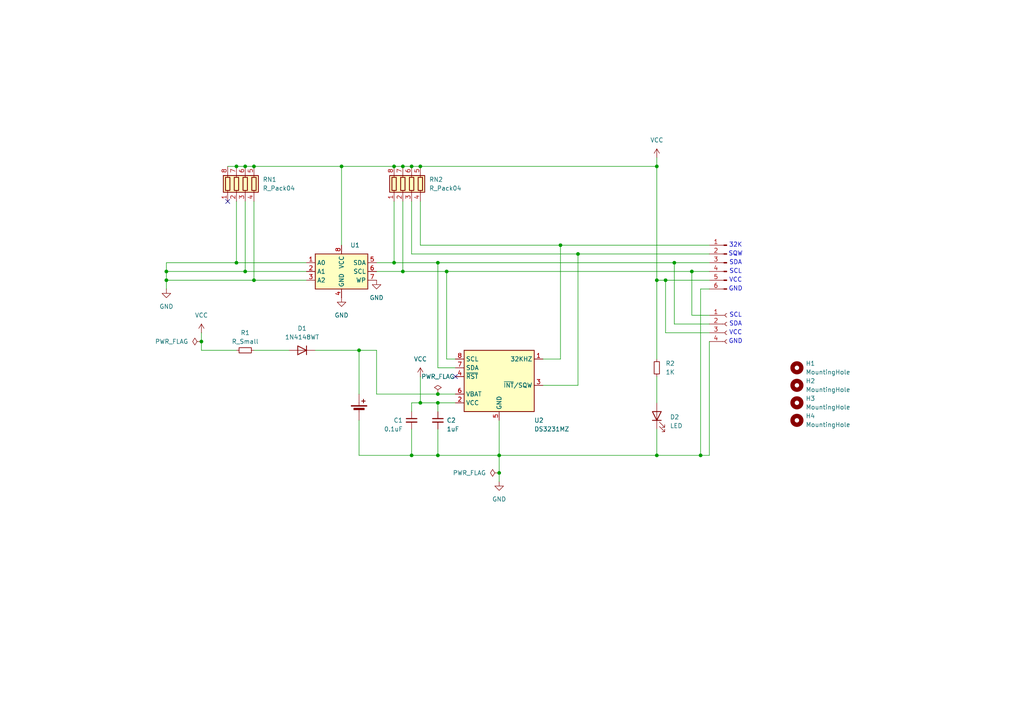
<source format=kicad_sch>
(kicad_sch
	(version 20231120)
	(generator "eeschema")
	(generator_version "8.0")
	(uuid "8773116f-5fc4-4cd4-80d4-5c1fa7a269b0")
	(paper "A4")
	(title_block
		(title "DS3231")
		(date "2024-10-12")
		(company "Prince Lee Muhera")
	)
	(lib_symbols
		(symbol "Connector:Conn_01x04_Socket"
			(pin_names
				(offset 1.016) hide)
			(exclude_from_sim no)
			(in_bom yes)
			(on_board yes)
			(property "Reference" "J"
				(at 0 5.08 0)
				(effects
					(font
						(size 1.27 1.27)
					)
				)
			)
			(property "Value" "Conn_01x04_Socket"
				(at 0 -7.62 0)
				(effects
					(font
						(size 1.27 1.27)
					)
				)
			)
			(property "Footprint" ""
				(at 0 0 0)
				(effects
					(font
						(size 1.27 1.27)
					)
					(hide yes)
				)
			)
			(property "Datasheet" "~"
				(at 0 0 0)
				(effects
					(font
						(size 1.27 1.27)
					)
					(hide yes)
				)
			)
			(property "Description" "Generic connector, single row, 01x04, script generated"
				(at 0 0 0)
				(effects
					(font
						(size 1.27 1.27)
					)
					(hide yes)
				)
			)
			(property "ki_locked" ""
				(at 0 0 0)
				(effects
					(font
						(size 1.27 1.27)
					)
				)
			)
			(property "ki_keywords" "connector"
				(at 0 0 0)
				(effects
					(font
						(size 1.27 1.27)
					)
					(hide yes)
				)
			)
			(property "ki_fp_filters" "Connector*:*_1x??_*"
				(at 0 0 0)
				(effects
					(font
						(size 1.27 1.27)
					)
					(hide yes)
				)
			)
			(symbol "Conn_01x04_Socket_1_1"
				(arc
					(start 0 -4.572)
					(mid -0.5058 -5.08)
					(end 0 -5.588)
					(stroke
						(width 0.1524)
						(type default)
					)
					(fill
						(type none)
					)
				)
				(arc
					(start 0 -2.032)
					(mid -0.5058 -2.54)
					(end 0 -3.048)
					(stroke
						(width 0.1524)
						(type default)
					)
					(fill
						(type none)
					)
				)
				(polyline
					(pts
						(xy -1.27 -5.08) (xy -0.508 -5.08)
					)
					(stroke
						(width 0.1524)
						(type default)
					)
					(fill
						(type none)
					)
				)
				(polyline
					(pts
						(xy -1.27 -2.54) (xy -0.508 -2.54)
					)
					(stroke
						(width 0.1524)
						(type default)
					)
					(fill
						(type none)
					)
				)
				(polyline
					(pts
						(xy -1.27 0) (xy -0.508 0)
					)
					(stroke
						(width 0.1524)
						(type default)
					)
					(fill
						(type none)
					)
				)
				(polyline
					(pts
						(xy -1.27 2.54) (xy -0.508 2.54)
					)
					(stroke
						(width 0.1524)
						(type default)
					)
					(fill
						(type none)
					)
				)
				(arc
					(start 0 0.508)
					(mid -0.5058 0)
					(end 0 -0.508)
					(stroke
						(width 0.1524)
						(type default)
					)
					(fill
						(type none)
					)
				)
				(arc
					(start 0 3.048)
					(mid -0.5058 2.54)
					(end 0 2.032)
					(stroke
						(width 0.1524)
						(type default)
					)
					(fill
						(type none)
					)
				)
				(pin passive line
					(at -5.08 2.54 0)
					(length 3.81)
					(name "Pin_1"
						(effects
							(font
								(size 1.27 1.27)
							)
						)
					)
					(number "1"
						(effects
							(font
								(size 1.27 1.27)
							)
						)
					)
				)
				(pin passive line
					(at -5.08 0 0)
					(length 3.81)
					(name "Pin_2"
						(effects
							(font
								(size 1.27 1.27)
							)
						)
					)
					(number "2"
						(effects
							(font
								(size 1.27 1.27)
							)
						)
					)
				)
				(pin passive line
					(at -5.08 -2.54 0)
					(length 3.81)
					(name "Pin_3"
						(effects
							(font
								(size 1.27 1.27)
							)
						)
					)
					(number "3"
						(effects
							(font
								(size 1.27 1.27)
							)
						)
					)
				)
				(pin passive line
					(at -5.08 -5.08 0)
					(length 3.81)
					(name "Pin_4"
						(effects
							(font
								(size 1.27 1.27)
							)
						)
					)
					(number "4"
						(effects
							(font
								(size 1.27 1.27)
							)
						)
					)
				)
			)
		)
		(symbol "Connector:Conn_01x06_Pin"
			(pin_names
				(offset 1.016) hide)
			(exclude_from_sim no)
			(in_bom yes)
			(on_board yes)
			(property "Reference" "J"
				(at 0 7.62 0)
				(effects
					(font
						(size 1.27 1.27)
					)
				)
			)
			(property "Value" "Conn_01x06_Pin"
				(at 0 -10.16 0)
				(effects
					(font
						(size 1.27 1.27)
					)
				)
			)
			(property "Footprint" ""
				(at 0 0 0)
				(effects
					(font
						(size 1.27 1.27)
					)
					(hide yes)
				)
			)
			(property "Datasheet" "~"
				(at 0 0 0)
				(effects
					(font
						(size 1.27 1.27)
					)
					(hide yes)
				)
			)
			(property "Description" "Generic connector, single row, 01x06, script generated"
				(at 0 0 0)
				(effects
					(font
						(size 1.27 1.27)
					)
					(hide yes)
				)
			)
			(property "ki_locked" ""
				(at 0 0 0)
				(effects
					(font
						(size 1.27 1.27)
					)
				)
			)
			(property "ki_keywords" "connector"
				(at 0 0 0)
				(effects
					(font
						(size 1.27 1.27)
					)
					(hide yes)
				)
			)
			(property "ki_fp_filters" "Connector*:*_1x??_*"
				(at 0 0 0)
				(effects
					(font
						(size 1.27 1.27)
					)
					(hide yes)
				)
			)
			(symbol "Conn_01x06_Pin_1_1"
				(polyline
					(pts
						(xy 1.27 -7.62) (xy 0.8636 -7.62)
					)
					(stroke
						(width 0.1524)
						(type default)
					)
					(fill
						(type none)
					)
				)
				(polyline
					(pts
						(xy 1.27 -5.08) (xy 0.8636 -5.08)
					)
					(stroke
						(width 0.1524)
						(type default)
					)
					(fill
						(type none)
					)
				)
				(polyline
					(pts
						(xy 1.27 -2.54) (xy 0.8636 -2.54)
					)
					(stroke
						(width 0.1524)
						(type default)
					)
					(fill
						(type none)
					)
				)
				(polyline
					(pts
						(xy 1.27 0) (xy 0.8636 0)
					)
					(stroke
						(width 0.1524)
						(type default)
					)
					(fill
						(type none)
					)
				)
				(polyline
					(pts
						(xy 1.27 2.54) (xy 0.8636 2.54)
					)
					(stroke
						(width 0.1524)
						(type default)
					)
					(fill
						(type none)
					)
				)
				(polyline
					(pts
						(xy 1.27 5.08) (xy 0.8636 5.08)
					)
					(stroke
						(width 0.1524)
						(type default)
					)
					(fill
						(type none)
					)
				)
				(rectangle
					(start 0.8636 -7.493)
					(end 0 -7.747)
					(stroke
						(width 0.1524)
						(type default)
					)
					(fill
						(type outline)
					)
				)
				(rectangle
					(start 0.8636 -4.953)
					(end 0 -5.207)
					(stroke
						(width 0.1524)
						(type default)
					)
					(fill
						(type outline)
					)
				)
				(rectangle
					(start 0.8636 -2.413)
					(end 0 -2.667)
					(stroke
						(width 0.1524)
						(type default)
					)
					(fill
						(type outline)
					)
				)
				(rectangle
					(start 0.8636 0.127)
					(end 0 -0.127)
					(stroke
						(width 0.1524)
						(type default)
					)
					(fill
						(type outline)
					)
				)
				(rectangle
					(start 0.8636 2.667)
					(end 0 2.413)
					(stroke
						(width 0.1524)
						(type default)
					)
					(fill
						(type outline)
					)
				)
				(rectangle
					(start 0.8636 5.207)
					(end 0 4.953)
					(stroke
						(width 0.1524)
						(type default)
					)
					(fill
						(type outline)
					)
				)
				(pin passive line
					(at 5.08 5.08 180)
					(length 3.81)
					(name "Pin_1"
						(effects
							(font
								(size 1.27 1.27)
							)
						)
					)
					(number "1"
						(effects
							(font
								(size 1.27 1.27)
							)
						)
					)
				)
				(pin passive line
					(at 5.08 2.54 180)
					(length 3.81)
					(name "Pin_2"
						(effects
							(font
								(size 1.27 1.27)
							)
						)
					)
					(number "2"
						(effects
							(font
								(size 1.27 1.27)
							)
						)
					)
				)
				(pin passive line
					(at 5.08 0 180)
					(length 3.81)
					(name "Pin_3"
						(effects
							(font
								(size 1.27 1.27)
							)
						)
					)
					(number "3"
						(effects
							(font
								(size 1.27 1.27)
							)
						)
					)
				)
				(pin passive line
					(at 5.08 -2.54 180)
					(length 3.81)
					(name "Pin_4"
						(effects
							(font
								(size 1.27 1.27)
							)
						)
					)
					(number "4"
						(effects
							(font
								(size 1.27 1.27)
							)
						)
					)
				)
				(pin passive line
					(at 5.08 -5.08 180)
					(length 3.81)
					(name "Pin_5"
						(effects
							(font
								(size 1.27 1.27)
							)
						)
					)
					(number "5"
						(effects
							(font
								(size 1.27 1.27)
							)
						)
					)
				)
				(pin passive line
					(at 5.08 -7.62 180)
					(length 3.81)
					(name "Pin_6"
						(effects
							(font
								(size 1.27 1.27)
							)
						)
					)
					(number "6"
						(effects
							(font
								(size 1.27 1.27)
							)
						)
					)
				)
			)
		)
		(symbol "Device:Battery_Cell"
			(pin_numbers hide)
			(pin_names
				(offset 0) hide)
			(exclude_from_sim no)
			(in_bom yes)
			(on_board yes)
			(property "Reference" "BT"
				(at 2.54 2.54 0)
				(effects
					(font
						(size 1.27 1.27)
					)
					(justify left)
				)
			)
			(property "Value" "Battery_Cell"
				(at 2.54 0 0)
				(effects
					(font
						(size 1.27 1.27)
					)
					(justify left)
				)
			)
			(property "Footprint" ""
				(at 0 1.524 90)
				(effects
					(font
						(size 1.27 1.27)
					)
					(hide yes)
				)
			)
			(property "Datasheet" "~"
				(at 0 1.524 90)
				(effects
					(font
						(size 1.27 1.27)
					)
					(hide yes)
				)
			)
			(property "Description" "Single-cell battery"
				(at 0 0 0)
				(effects
					(font
						(size 1.27 1.27)
					)
					(hide yes)
				)
			)
			(property "ki_keywords" "battery cell"
				(at 0 0 0)
				(effects
					(font
						(size 1.27 1.27)
					)
					(hide yes)
				)
			)
			(symbol "Battery_Cell_0_1"
				(rectangle
					(start -2.286 1.778)
					(end 2.286 1.524)
					(stroke
						(width 0)
						(type default)
					)
					(fill
						(type outline)
					)
				)
				(rectangle
					(start -1.524 1.016)
					(end 1.524 0.508)
					(stroke
						(width 0)
						(type default)
					)
					(fill
						(type outline)
					)
				)
				(polyline
					(pts
						(xy 0 0.762) (xy 0 0)
					)
					(stroke
						(width 0)
						(type default)
					)
					(fill
						(type none)
					)
				)
				(polyline
					(pts
						(xy 0 1.778) (xy 0 2.54)
					)
					(stroke
						(width 0)
						(type default)
					)
					(fill
						(type none)
					)
				)
				(polyline
					(pts
						(xy 0.762 3.048) (xy 1.778 3.048)
					)
					(stroke
						(width 0.254)
						(type default)
					)
					(fill
						(type none)
					)
				)
				(polyline
					(pts
						(xy 1.27 3.556) (xy 1.27 2.54)
					)
					(stroke
						(width 0.254)
						(type default)
					)
					(fill
						(type none)
					)
				)
			)
			(symbol "Battery_Cell_1_1"
				(pin passive line
					(at 0 5.08 270)
					(length 2.54)
					(name "+"
						(effects
							(font
								(size 1.27 1.27)
							)
						)
					)
					(number "1"
						(effects
							(font
								(size 1.27 1.27)
							)
						)
					)
				)
				(pin passive line
					(at 0 -2.54 90)
					(length 2.54)
					(name "-"
						(effects
							(font
								(size 1.27 1.27)
							)
						)
					)
					(number "2"
						(effects
							(font
								(size 1.27 1.27)
							)
						)
					)
				)
			)
		)
		(symbol "Device:C_Small"
			(pin_numbers hide)
			(pin_names
				(offset 0.254) hide)
			(exclude_from_sim no)
			(in_bom yes)
			(on_board yes)
			(property "Reference" "C"
				(at 0.254 1.778 0)
				(effects
					(font
						(size 1.27 1.27)
					)
					(justify left)
				)
			)
			(property "Value" "C_Small"
				(at 0.254 -2.032 0)
				(effects
					(font
						(size 1.27 1.27)
					)
					(justify left)
				)
			)
			(property "Footprint" ""
				(at 0 0 0)
				(effects
					(font
						(size 1.27 1.27)
					)
					(hide yes)
				)
			)
			(property "Datasheet" "~"
				(at 0 0 0)
				(effects
					(font
						(size 1.27 1.27)
					)
					(hide yes)
				)
			)
			(property "Description" "Unpolarized capacitor, small symbol"
				(at 0 0 0)
				(effects
					(font
						(size 1.27 1.27)
					)
					(hide yes)
				)
			)
			(property "ki_keywords" "capacitor cap"
				(at 0 0 0)
				(effects
					(font
						(size 1.27 1.27)
					)
					(hide yes)
				)
			)
			(property "ki_fp_filters" "C_*"
				(at 0 0 0)
				(effects
					(font
						(size 1.27 1.27)
					)
					(hide yes)
				)
			)
			(symbol "C_Small_0_1"
				(polyline
					(pts
						(xy -1.524 -0.508) (xy 1.524 -0.508)
					)
					(stroke
						(width 0.3302)
						(type default)
					)
					(fill
						(type none)
					)
				)
				(polyline
					(pts
						(xy -1.524 0.508) (xy 1.524 0.508)
					)
					(stroke
						(width 0.3048)
						(type default)
					)
					(fill
						(type none)
					)
				)
			)
			(symbol "C_Small_1_1"
				(pin passive line
					(at 0 2.54 270)
					(length 2.032)
					(name "~"
						(effects
							(font
								(size 1.27 1.27)
							)
						)
					)
					(number "1"
						(effects
							(font
								(size 1.27 1.27)
							)
						)
					)
				)
				(pin passive line
					(at 0 -2.54 90)
					(length 2.032)
					(name "~"
						(effects
							(font
								(size 1.27 1.27)
							)
						)
					)
					(number "2"
						(effects
							(font
								(size 1.27 1.27)
							)
						)
					)
				)
			)
		)
		(symbol "Device:LED"
			(pin_numbers hide)
			(pin_names
				(offset 1.016) hide)
			(exclude_from_sim no)
			(in_bom yes)
			(on_board yes)
			(property "Reference" "D"
				(at 0 2.54 0)
				(effects
					(font
						(size 1.27 1.27)
					)
				)
			)
			(property "Value" "LED"
				(at 0 -2.54 0)
				(effects
					(font
						(size 1.27 1.27)
					)
				)
			)
			(property "Footprint" ""
				(at 0 0 0)
				(effects
					(font
						(size 1.27 1.27)
					)
					(hide yes)
				)
			)
			(property "Datasheet" "~"
				(at 0 0 0)
				(effects
					(font
						(size 1.27 1.27)
					)
					(hide yes)
				)
			)
			(property "Description" "Light emitting diode"
				(at 0 0 0)
				(effects
					(font
						(size 1.27 1.27)
					)
					(hide yes)
				)
			)
			(property "ki_keywords" "LED diode"
				(at 0 0 0)
				(effects
					(font
						(size 1.27 1.27)
					)
					(hide yes)
				)
			)
			(property "ki_fp_filters" "LED* LED_SMD:* LED_THT:*"
				(at 0 0 0)
				(effects
					(font
						(size 1.27 1.27)
					)
					(hide yes)
				)
			)
			(symbol "LED_0_1"
				(polyline
					(pts
						(xy -1.27 -1.27) (xy -1.27 1.27)
					)
					(stroke
						(width 0.254)
						(type default)
					)
					(fill
						(type none)
					)
				)
				(polyline
					(pts
						(xy -1.27 0) (xy 1.27 0)
					)
					(stroke
						(width 0)
						(type default)
					)
					(fill
						(type none)
					)
				)
				(polyline
					(pts
						(xy 1.27 -1.27) (xy 1.27 1.27) (xy -1.27 0) (xy 1.27 -1.27)
					)
					(stroke
						(width 0.254)
						(type default)
					)
					(fill
						(type none)
					)
				)
				(polyline
					(pts
						(xy -3.048 -0.762) (xy -4.572 -2.286) (xy -3.81 -2.286) (xy -4.572 -2.286) (xy -4.572 -1.524)
					)
					(stroke
						(width 0)
						(type default)
					)
					(fill
						(type none)
					)
				)
				(polyline
					(pts
						(xy -1.778 -0.762) (xy -3.302 -2.286) (xy -2.54 -2.286) (xy -3.302 -2.286) (xy -3.302 -1.524)
					)
					(stroke
						(width 0)
						(type default)
					)
					(fill
						(type none)
					)
				)
			)
			(symbol "LED_1_1"
				(pin passive line
					(at -3.81 0 0)
					(length 2.54)
					(name "K"
						(effects
							(font
								(size 1.27 1.27)
							)
						)
					)
					(number "1"
						(effects
							(font
								(size 1.27 1.27)
							)
						)
					)
				)
				(pin passive line
					(at 3.81 0 180)
					(length 2.54)
					(name "A"
						(effects
							(font
								(size 1.27 1.27)
							)
						)
					)
					(number "2"
						(effects
							(font
								(size 1.27 1.27)
							)
						)
					)
				)
			)
		)
		(symbol "Device:R_Pack04"
			(pin_names
				(offset 0) hide)
			(exclude_from_sim no)
			(in_bom yes)
			(on_board yes)
			(property "Reference" "RN"
				(at -7.62 0 90)
				(effects
					(font
						(size 1.27 1.27)
					)
				)
			)
			(property "Value" "R_Pack04"
				(at 5.08 0 90)
				(effects
					(font
						(size 1.27 1.27)
					)
				)
			)
			(property "Footprint" ""
				(at 6.985 0 90)
				(effects
					(font
						(size 1.27 1.27)
					)
					(hide yes)
				)
			)
			(property "Datasheet" "~"
				(at 0 0 0)
				(effects
					(font
						(size 1.27 1.27)
					)
					(hide yes)
				)
			)
			(property "Description" "4 resistor network, parallel topology"
				(at 0 0 0)
				(effects
					(font
						(size 1.27 1.27)
					)
					(hide yes)
				)
			)
			(property "ki_keywords" "R network parallel topology isolated"
				(at 0 0 0)
				(effects
					(font
						(size 1.27 1.27)
					)
					(hide yes)
				)
			)
			(property "ki_fp_filters" "DIP* SOIC* R*Array*Concave* R*Array*Convex* MSOP*"
				(at 0 0 0)
				(effects
					(font
						(size 1.27 1.27)
					)
					(hide yes)
				)
			)
			(symbol "R_Pack04_0_1"
				(rectangle
					(start -6.35 -2.413)
					(end 3.81 2.413)
					(stroke
						(width 0.254)
						(type default)
					)
					(fill
						(type background)
					)
				)
				(rectangle
					(start -5.715 1.905)
					(end -4.445 -1.905)
					(stroke
						(width 0.254)
						(type default)
					)
					(fill
						(type none)
					)
				)
				(rectangle
					(start -3.175 1.905)
					(end -1.905 -1.905)
					(stroke
						(width 0.254)
						(type default)
					)
					(fill
						(type none)
					)
				)
				(rectangle
					(start -0.635 1.905)
					(end 0.635 -1.905)
					(stroke
						(width 0.254)
						(type default)
					)
					(fill
						(type none)
					)
				)
				(polyline
					(pts
						(xy -5.08 -2.54) (xy -5.08 -1.905)
					)
					(stroke
						(width 0)
						(type default)
					)
					(fill
						(type none)
					)
				)
				(polyline
					(pts
						(xy -5.08 1.905) (xy -5.08 2.54)
					)
					(stroke
						(width 0)
						(type default)
					)
					(fill
						(type none)
					)
				)
				(polyline
					(pts
						(xy -2.54 -2.54) (xy -2.54 -1.905)
					)
					(stroke
						(width 0)
						(type default)
					)
					(fill
						(type none)
					)
				)
				(polyline
					(pts
						(xy -2.54 1.905) (xy -2.54 2.54)
					)
					(stroke
						(width 0)
						(type default)
					)
					(fill
						(type none)
					)
				)
				(polyline
					(pts
						(xy 0 -2.54) (xy 0 -1.905)
					)
					(stroke
						(width 0)
						(type default)
					)
					(fill
						(type none)
					)
				)
				(polyline
					(pts
						(xy 0 1.905) (xy 0 2.54)
					)
					(stroke
						(width 0)
						(type default)
					)
					(fill
						(type none)
					)
				)
				(polyline
					(pts
						(xy 2.54 -2.54) (xy 2.54 -1.905)
					)
					(stroke
						(width 0)
						(type default)
					)
					(fill
						(type none)
					)
				)
				(polyline
					(pts
						(xy 2.54 1.905) (xy 2.54 2.54)
					)
					(stroke
						(width 0)
						(type default)
					)
					(fill
						(type none)
					)
				)
				(rectangle
					(start 1.905 1.905)
					(end 3.175 -1.905)
					(stroke
						(width 0.254)
						(type default)
					)
					(fill
						(type none)
					)
				)
			)
			(symbol "R_Pack04_1_1"
				(pin passive line
					(at -5.08 -5.08 90)
					(length 2.54)
					(name "R1.1"
						(effects
							(font
								(size 1.27 1.27)
							)
						)
					)
					(number "1"
						(effects
							(font
								(size 1.27 1.27)
							)
						)
					)
				)
				(pin passive line
					(at -2.54 -5.08 90)
					(length 2.54)
					(name "R2.1"
						(effects
							(font
								(size 1.27 1.27)
							)
						)
					)
					(number "2"
						(effects
							(font
								(size 1.27 1.27)
							)
						)
					)
				)
				(pin passive line
					(at 0 -5.08 90)
					(length 2.54)
					(name "R3.1"
						(effects
							(font
								(size 1.27 1.27)
							)
						)
					)
					(number "3"
						(effects
							(font
								(size 1.27 1.27)
							)
						)
					)
				)
				(pin passive line
					(at 2.54 -5.08 90)
					(length 2.54)
					(name "R4.1"
						(effects
							(font
								(size 1.27 1.27)
							)
						)
					)
					(number "4"
						(effects
							(font
								(size 1.27 1.27)
							)
						)
					)
				)
				(pin passive line
					(at 2.54 5.08 270)
					(length 2.54)
					(name "R4.2"
						(effects
							(font
								(size 1.27 1.27)
							)
						)
					)
					(number "5"
						(effects
							(font
								(size 1.27 1.27)
							)
						)
					)
				)
				(pin passive line
					(at 0 5.08 270)
					(length 2.54)
					(name "R3.2"
						(effects
							(font
								(size 1.27 1.27)
							)
						)
					)
					(number "6"
						(effects
							(font
								(size 1.27 1.27)
							)
						)
					)
				)
				(pin passive line
					(at -2.54 5.08 270)
					(length 2.54)
					(name "R2.2"
						(effects
							(font
								(size 1.27 1.27)
							)
						)
					)
					(number "7"
						(effects
							(font
								(size 1.27 1.27)
							)
						)
					)
				)
				(pin passive line
					(at -5.08 5.08 270)
					(length 2.54)
					(name "R1.2"
						(effects
							(font
								(size 1.27 1.27)
							)
						)
					)
					(number "8"
						(effects
							(font
								(size 1.27 1.27)
							)
						)
					)
				)
			)
		)
		(symbol "Device:R_Small"
			(pin_numbers hide)
			(pin_names
				(offset 0.254) hide)
			(exclude_from_sim no)
			(in_bom yes)
			(on_board yes)
			(property "Reference" "R"
				(at 0.762 0.508 0)
				(effects
					(font
						(size 1.27 1.27)
					)
					(justify left)
				)
			)
			(property "Value" "R_Small"
				(at 0.762 -1.016 0)
				(effects
					(font
						(size 1.27 1.27)
					)
					(justify left)
				)
			)
			(property "Footprint" ""
				(at 0 0 0)
				(effects
					(font
						(size 1.27 1.27)
					)
					(hide yes)
				)
			)
			(property "Datasheet" "~"
				(at 0 0 0)
				(effects
					(font
						(size 1.27 1.27)
					)
					(hide yes)
				)
			)
			(property "Description" "Resistor, small symbol"
				(at 0 0 0)
				(effects
					(font
						(size 1.27 1.27)
					)
					(hide yes)
				)
			)
			(property "ki_keywords" "R resistor"
				(at 0 0 0)
				(effects
					(font
						(size 1.27 1.27)
					)
					(hide yes)
				)
			)
			(property "ki_fp_filters" "R_*"
				(at 0 0 0)
				(effects
					(font
						(size 1.27 1.27)
					)
					(hide yes)
				)
			)
			(symbol "R_Small_0_1"
				(rectangle
					(start -0.762 1.778)
					(end 0.762 -1.778)
					(stroke
						(width 0.2032)
						(type default)
					)
					(fill
						(type none)
					)
				)
			)
			(symbol "R_Small_1_1"
				(pin passive line
					(at 0 2.54 270)
					(length 0.762)
					(name "~"
						(effects
							(font
								(size 1.27 1.27)
							)
						)
					)
					(number "1"
						(effects
							(font
								(size 1.27 1.27)
							)
						)
					)
				)
				(pin passive line
					(at 0 -2.54 90)
					(length 0.762)
					(name "~"
						(effects
							(font
								(size 1.27 1.27)
							)
						)
					)
					(number "2"
						(effects
							(font
								(size 1.27 1.27)
							)
						)
					)
				)
			)
		)
		(symbol "Diode:1N4148WT"
			(pin_numbers hide)
			(pin_names hide)
			(exclude_from_sim no)
			(in_bom yes)
			(on_board yes)
			(property "Reference" "D"
				(at 0 2.54 0)
				(effects
					(font
						(size 1.27 1.27)
					)
				)
			)
			(property "Value" "1N4148WT"
				(at 0 -2.54 0)
				(effects
					(font
						(size 1.27 1.27)
					)
				)
			)
			(property "Footprint" "Diode_SMD:D_SOD-523"
				(at 0 -4.445 0)
				(effects
					(font
						(size 1.27 1.27)
					)
					(hide yes)
				)
			)
			(property "Datasheet" "https://www.diodes.com/assets/Datasheets/ds30396.pdf"
				(at 0 0 0)
				(effects
					(font
						(size 1.27 1.27)
					)
					(hide yes)
				)
			)
			(property "Description" "75V 0.15A Fast switching Diode, SOD-523"
				(at 0 0 0)
				(effects
					(font
						(size 1.27 1.27)
					)
					(hide yes)
				)
			)
			(property "Sim.Device" "D"
				(at 0 0 0)
				(effects
					(font
						(size 1.27 1.27)
					)
					(hide yes)
				)
			)
			(property "Sim.Pins" "1=K 2=A"
				(at 0 0 0)
				(effects
					(font
						(size 1.27 1.27)
					)
					(hide yes)
				)
			)
			(property "ki_keywords" "diode"
				(at 0 0 0)
				(effects
					(font
						(size 1.27 1.27)
					)
					(hide yes)
				)
			)
			(property "ki_fp_filters" "D*SOD?523*"
				(at 0 0 0)
				(effects
					(font
						(size 1.27 1.27)
					)
					(hide yes)
				)
			)
			(symbol "1N4148WT_0_1"
				(polyline
					(pts
						(xy -1.27 1.27) (xy -1.27 -1.27)
					)
					(stroke
						(width 0.254)
						(type default)
					)
					(fill
						(type none)
					)
				)
				(polyline
					(pts
						(xy 1.27 0) (xy -1.27 0)
					)
					(stroke
						(width 0)
						(type default)
					)
					(fill
						(type none)
					)
				)
				(polyline
					(pts
						(xy 1.27 1.27) (xy 1.27 -1.27) (xy -1.27 0) (xy 1.27 1.27)
					)
					(stroke
						(width 0.254)
						(type default)
					)
					(fill
						(type none)
					)
				)
			)
			(symbol "1N4148WT_1_1"
				(pin passive line
					(at -3.81 0 0)
					(length 2.54)
					(name "K"
						(effects
							(font
								(size 1.27 1.27)
							)
						)
					)
					(number "1"
						(effects
							(font
								(size 1.27 1.27)
							)
						)
					)
				)
				(pin passive line
					(at 3.81 0 180)
					(length 2.54)
					(name "A"
						(effects
							(font
								(size 1.27 1.27)
							)
						)
					)
					(number "2"
						(effects
							(font
								(size 1.27 1.27)
							)
						)
					)
				)
			)
		)
		(symbol "Mechanical:MountingHole"
			(pin_names
				(offset 1.016)
			)
			(exclude_from_sim yes)
			(in_bom no)
			(on_board yes)
			(property "Reference" "H"
				(at 0 5.08 0)
				(effects
					(font
						(size 1.27 1.27)
					)
				)
			)
			(property "Value" "MountingHole"
				(at 0 3.175 0)
				(effects
					(font
						(size 1.27 1.27)
					)
				)
			)
			(property "Footprint" ""
				(at 0 0 0)
				(effects
					(font
						(size 1.27 1.27)
					)
					(hide yes)
				)
			)
			(property "Datasheet" "~"
				(at 0 0 0)
				(effects
					(font
						(size 1.27 1.27)
					)
					(hide yes)
				)
			)
			(property "Description" "Mounting Hole without connection"
				(at 0 0 0)
				(effects
					(font
						(size 1.27 1.27)
					)
					(hide yes)
				)
			)
			(property "ki_keywords" "mounting hole"
				(at 0 0 0)
				(effects
					(font
						(size 1.27 1.27)
					)
					(hide yes)
				)
			)
			(property "ki_fp_filters" "MountingHole*"
				(at 0 0 0)
				(effects
					(font
						(size 1.27 1.27)
					)
					(hide yes)
				)
			)
			(symbol "MountingHole_0_1"
				(circle
					(center 0 0)
					(radius 1.27)
					(stroke
						(width 1.27)
						(type default)
					)
					(fill
						(type none)
					)
				)
			)
		)
		(symbol "Memory_EEPROM:AT24CS32-SSHM"
			(exclude_from_sim no)
			(in_bom yes)
			(on_board yes)
			(property "Reference" "U"
				(at -7.62 6.35 0)
				(effects
					(font
						(size 1.27 1.27)
					)
				)
			)
			(property "Value" "AT24CS32-SSHM"
				(at 2.54 -6.35 0)
				(effects
					(font
						(size 1.27 1.27)
					)
					(justify left)
				)
			)
			(property "Footprint" "Package_SO:SOIC-8_3.9x4.9mm_P1.27mm"
				(at 0 0 0)
				(effects
					(font
						(size 1.27 1.27)
					)
					(hide yes)
				)
			)
			(property "Datasheet" "http://ww1.microchip.com/downloads/en/DeviceDoc/Atmel-8869-SEEPROM-AT24CS32-Datasheet.pdf"
				(at 0 0 0)
				(effects
					(font
						(size 1.27 1.27)
					)
					(hide yes)
				)
			)
			(property "Description" "I2C Serial EEPROM, 32Kb (4096x8) with Unique Serial Number, SO8"
				(at 0 0 0)
				(effects
					(font
						(size 1.27 1.27)
					)
					(hide yes)
				)
			)
			(property "ki_keywords" "I2C Serial EEPROM Nonvolatile Memory"
				(at 0 0 0)
				(effects
					(font
						(size 1.27 1.27)
					)
					(hide yes)
				)
			)
			(property "ki_fp_filters" "SOIC*3.9x4.9mm*P1.27mm*"
				(at 0 0 0)
				(effects
					(font
						(size 1.27 1.27)
					)
					(hide yes)
				)
			)
			(symbol "AT24CS32-SSHM_1_1"
				(rectangle
					(start -7.62 5.08)
					(end 7.62 -5.08)
					(stroke
						(width 0.254)
						(type default)
					)
					(fill
						(type background)
					)
				)
				(pin input line
					(at -10.16 2.54 0)
					(length 2.54)
					(name "A0"
						(effects
							(font
								(size 1.27 1.27)
							)
						)
					)
					(number "1"
						(effects
							(font
								(size 1.27 1.27)
							)
						)
					)
				)
				(pin input line
					(at -10.16 0 0)
					(length 2.54)
					(name "A1"
						(effects
							(font
								(size 1.27 1.27)
							)
						)
					)
					(number "2"
						(effects
							(font
								(size 1.27 1.27)
							)
						)
					)
				)
				(pin input line
					(at -10.16 -2.54 0)
					(length 2.54)
					(name "A2"
						(effects
							(font
								(size 1.27 1.27)
							)
						)
					)
					(number "3"
						(effects
							(font
								(size 1.27 1.27)
							)
						)
					)
				)
				(pin power_in line
					(at 0 -7.62 90)
					(length 2.54)
					(name "GND"
						(effects
							(font
								(size 1.27 1.27)
							)
						)
					)
					(number "4"
						(effects
							(font
								(size 1.27 1.27)
							)
						)
					)
				)
				(pin bidirectional line
					(at 10.16 2.54 180)
					(length 2.54)
					(name "SDA"
						(effects
							(font
								(size 1.27 1.27)
							)
						)
					)
					(number "5"
						(effects
							(font
								(size 1.27 1.27)
							)
						)
					)
				)
				(pin input line
					(at 10.16 0 180)
					(length 2.54)
					(name "SCL"
						(effects
							(font
								(size 1.27 1.27)
							)
						)
					)
					(number "6"
						(effects
							(font
								(size 1.27 1.27)
							)
						)
					)
				)
				(pin input line
					(at 10.16 -2.54 180)
					(length 2.54)
					(name "WP"
						(effects
							(font
								(size 1.27 1.27)
							)
						)
					)
					(number "7"
						(effects
							(font
								(size 1.27 1.27)
							)
						)
					)
				)
				(pin power_in line
					(at 0 7.62 270)
					(length 2.54)
					(name "VCC"
						(effects
							(font
								(size 1.27 1.27)
							)
						)
					)
					(number "8"
						(effects
							(font
								(size 1.27 1.27)
							)
						)
					)
				)
			)
		)
		(symbol "Timer_RTC:DS3231MZ"
			(exclude_from_sim no)
			(in_bom yes)
			(on_board yes)
			(property "Reference" "U?"
				(at 10.16 -12.7 0)
				(effects
					(font
						(size 1.27 1.27)
					)
					(justify left)
				)
			)
			(property "Value" "DS3231MZ"
				(at 10.16 -15.24 0)
				(effects
					(font
						(size 1.27 1.27)
					)
					(justify left)
				)
			)
			(property "Footprint" "Package_SO:SOIC-8_3.9x4.9mm_P1.27mm"
				(at 80.01 -38.862 0)
				(effects
					(font
						(size 1.27 1.27)
					)
					(hide yes)
				)
			)
			(property "Datasheet" "http://datasheets.maximintegrated.com/en/ds/DS3231M.pdf"
				(at 80.01 -41.402 0)
				(effects
					(font
						(size 1.27 1.27)
					)
					(hide yes)
				)
			)
			(property "Description" "±5ppm, I2C Real-Time Clock SOIC-8"
				(at 78.486 -36.322 0)
				(effects
					(font
						(size 1.27 1.27)
					)
					(hide yes)
				)
			)
			(property "ki_keywords" "RTC TCXO Realtime Time Clock MEMS I2C"
				(at 0 0 0)
				(effects
					(font
						(size 1.27 1.27)
					)
					(hide yes)
				)
			)
			(property "ki_fp_filters" "SOIC*3.9x4.9mm*P1.27mm*"
				(at 0 0 0)
				(effects
					(font
						(size 1.27 1.27)
					)
					(hide yes)
				)
			)
			(symbol "DS3231MZ_0_1"
				(rectangle
					(start -10.16 7.62)
					(end 10.16 -10.16)
					(stroke
						(width 0.254)
						(type default)
					)
					(fill
						(type background)
					)
				)
			)
			(symbol "DS3231MZ_1_1"
				(pin open_collector line
					(at 12.7 5.08 180)
					(length 2.54)
					(name "32KHZ"
						(effects
							(font
								(size 1.27 1.27)
							)
						)
					)
					(number "1"
						(effects
							(font
								(size 1.27 1.27)
							)
						)
					)
				)
				(pin power_in line
					(at -12.7 -7.62 0)
					(length 2.54)
					(name "VCC"
						(effects
							(font
								(size 1.27 1.27)
							)
						)
					)
					(number "2"
						(effects
							(font
								(size 1.27 1.27)
							)
						)
					)
				)
				(pin open_collector line
					(at 12.7 -2.54 180)
					(length 2.54)
					(name "~{INT}/SQW"
						(effects
							(font
								(size 1.27 1.27)
							)
						)
					)
					(number "3"
						(effects
							(font
								(size 1.27 1.27)
							)
						)
					)
				)
				(pin bidirectional line
					(at -12.7 0 0)
					(length 2.54)
					(name "~{RST}"
						(effects
							(font
								(size 1.27 1.27)
							)
						)
					)
					(number "4"
						(effects
							(font
								(size 1.27 1.27)
							)
						)
					)
				)
				(pin power_in line
					(at 0 -12.7 90)
					(length 2.54)
					(name "GND"
						(effects
							(font
								(size 1.27 1.27)
							)
						)
					)
					(number "5"
						(effects
							(font
								(size 1.27 1.27)
							)
						)
					)
				)
				(pin power_in line
					(at -12.7 -5.08 0)
					(length 2.54)
					(name "VBAT"
						(effects
							(font
								(size 1.27 1.27)
							)
						)
					)
					(number "6"
						(effects
							(font
								(size 1.27 1.27)
							)
						)
					)
				)
				(pin bidirectional line
					(at -12.7 2.54 0)
					(length 2.54)
					(name "SDA"
						(effects
							(font
								(size 1.27 1.27)
							)
						)
					)
					(number "7"
						(effects
							(font
								(size 1.27 1.27)
							)
						)
					)
				)
				(pin input line
					(at -12.7 5.08 0)
					(length 2.54)
					(name "SCL"
						(effects
							(font
								(size 1.27 1.27)
							)
						)
					)
					(number "8"
						(effects
							(font
								(size 1.27 1.27)
							)
						)
					)
				)
			)
		)
		(symbol "power:GND"
			(power)
			(pin_numbers hide)
			(pin_names
				(offset 0) hide)
			(exclude_from_sim no)
			(in_bom yes)
			(on_board yes)
			(property "Reference" "#PWR"
				(at 0 -6.35 0)
				(effects
					(font
						(size 1.27 1.27)
					)
					(hide yes)
				)
			)
			(property "Value" "GND"
				(at 0 -3.81 0)
				(effects
					(font
						(size 1.27 1.27)
					)
				)
			)
			(property "Footprint" ""
				(at 0 0 0)
				(effects
					(font
						(size 1.27 1.27)
					)
					(hide yes)
				)
			)
			(property "Datasheet" ""
				(at 0 0 0)
				(effects
					(font
						(size 1.27 1.27)
					)
					(hide yes)
				)
			)
			(property "Description" "Power symbol creates a global label with name \"GND\" , ground"
				(at 0 0 0)
				(effects
					(font
						(size 1.27 1.27)
					)
					(hide yes)
				)
			)
			(property "ki_keywords" "global power"
				(at 0 0 0)
				(effects
					(font
						(size 1.27 1.27)
					)
					(hide yes)
				)
			)
			(symbol "GND_0_1"
				(polyline
					(pts
						(xy 0 0) (xy 0 -1.27) (xy 1.27 -1.27) (xy 0 -2.54) (xy -1.27 -1.27) (xy 0 -1.27)
					)
					(stroke
						(width 0)
						(type default)
					)
					(fill
						(type none)
					)
				)
			)
			(symbol "GND_1_1"
				(pin power_in line
					(at 0 0 270)
					(length 0)
					(name "~"
						(effects
							(font
								(size 1.27 1.27)
							)
						)
					)
					(number "1"
						(effects
							(font
								(size 1.27 1.27)
							)
						)
					)
				)
			)
		)
		(symbol "power:PWR_FLAG"
			(power)
			(pin_numbers hide)
			(pin_names
				(offset 0) hide)
			(exclude_from_sim no)
			(in_bom yes)
			(on_board yes)
			(property "Reference" "#FLG"
				(at 0 1.905 0)
				(effects
					(font
						(size 1.27 1.27)
					)
					(hide yes)
				)
			)
			(property "Value" "PWR_FLAG"
				(at 0 3.81 0)
				(effects
					(font
						(size 1.27 1.27)
					)
				)
			)
			(property "Footprint" ""
				(at 0 0 0)
				(effects
					(font
						(size 1.27 1.27)
					)
					(hide yes)
				)
			)
			(property "Datasheet" "~"
				(at 0 0 0)
				(effects
					(font
						(size 1.27 1.27)
					)
					(hide yes)
				)
			)
			(property "Description" "Special symbol for telling ERC where power comes from"
				(at 0 0 0)
				(effects
					(font
						(size 1.27 1.27)
					)
					(hide yes)
				)
			)
			(property "ki_keywords" "flag power"
				(at 0 0 0)
				(effects
					(font
						(size 1.27 1.27)
					)
					(hide yes)
				)
			)
			(symbol "PWR_FLAG_0_0"
				(pin power_out line
					(at 0 0 90)
					(length 0)
					(name "~"
						(effects
							(font
								(size 1.27 1.27)
							)
						)
					)
					(number "1"
						(effects
							(font
								(size 1.27 1.27)
							)
						)
					)
				)
			)
			(symbol "PWR_FLAG_0_1"
				(polyline
					(pts
						(xy 0 0) (xy 0 1.27) (xy -1.016 1.905) (xy 0 2.54) (xy 1.016 1.905) (xy 0 1.27)
					)
					(stroke
						(width 0)
						(type default)
					)
					(fill
						(type none)
					)
				)
			)
		)
		(symbol "power:VCC"
			(power)
			(pin_numbers hide)
			(pin_names
				(offset 0) hide)
			(exclude_from_sim no)
			(in_bom yes)
			(on_board yes)
			(property "Reference" "#PWR"
				(at 0 -3.81 0)
				(effects
					(font
						(size 1.27 1.27)
					)
					(hide yes)
				)
			)
			(property "Value" "VCC"
				(at 0 3.556 0)
				(effects
					(font
						(size 1.27 1.27)
					)
				)
			)
			(property "Footprint" ""
				(at 0 0 0)
				(effects
					(font
						(size 1.27 1.27)
					)
					(hide yes)
				)
			)
			(property "Datasheet" ""
				(at 0 0 0)
				(effects
					(font
						(size 1.27 1.27)
					)
					(hide yes)
				)
			)
			(property "Description" "Power symbol creates a global label with name \"VCC\""
				(at 0 0 0)
				(effects
					(font
						(size 1.27 1.27)
					)
					(hide yes)
				)
			)
			(property "ki_keywords" "global power"
				(at 0 0 0)
				(effects
					(font
						(size 1.27 1.27)
					)
					(hide yes)
				)
			)
			(symbol "VCC_0_1"
				(polyline
					(pts
						(xy -0.762 1.27) (xy 0 2.54)
					)
					(stroke
						(width 0)
						(type default)
					)
					(fill
						(type none)
					)
				)
				(polyline
					(pts
						(xy 0 0) (xy 0 2.54)
					)
					(stroke
						(width 0)
						(type default)
					)
					(fill
						(type none)
					)
				)
				(polyline
					(pts
						(xy 0 2.54) (xy 0.762 1.27)
					)
					(stroke
						(width 0)
						(type default)
					)
					(fill
						(type none)
					)
				)
			)
			(symbol "VCC_1_1"
				(pin power_in line
					(at 0 0 90)
					(length 0)
					(name "~"
						(effects
							(font
								(size 1.27 1.27)
							)
						)
					)
					(number "1"
						(effects
							(font
								(size 1.27 1.27)
							)
						)
					)
				)
			)
		)
	)
	(junction
		(at 127 76.2)
		(diameter 0)
		(color 0 0 0 0)
		(uuid "07b261fd-6817-420b-a1a9-4089a6aac4a4")
	)
	(junction
		(at 190.5 48.26)
		(diameter 0)
		(color 0 0 0 0)
		(uuid "0b37a557-7450-4c3e-aeb2-b7d5ce02b185")
	)
	(junction
		(at 190.5 132.08)
		(diameter 0)
		(color 0 0 0 0)
		(uuid "0fb9b5af-4bd3-4af9-8d8b-5b05aa790288")
	)
	(junction
		(at 195.58 76.2)
		(diameter 0)
		(color 0 0 0 0)
		(uuid "15f379fa-1ce2-43d9-af79-6b37968a9366")
	)
	(junction
		(at 104.14 101.6)
		(diameter 0)
		(color 0 0 0 0)
		(uuid "1b268ace-2366-4856-87e7-f51b4d1ee88c")
	)
	(junction
		(at 114.3 76.2)
		(diameter 0)
		(color 0 0 0 0)
		(uuid "1d868afb-b49f-456d-90c7-b770538bd32d")
	)
	(junction
		(at 71.12 78.74)
		(diameter 0)
		(color 0 0 0 0)
		(uuid "27444a9d-2a33-4e2a-af9e-1d3297b9bf07")
	)
	(junction
		(at 144.78 132.08)
		(diameter 0)
		(color 0 0 0 0)
		(uuid "2dd63103-e7ea-454d-8510-aa49fada0422")
	)
	(junction
		(at 127 114.3)
		(diameter 0)
		(color 0 0 0 0)
		(uuid "3200920d-e7ca-4445-911a-27bc5deb10f5")
	)
	(junction
		(at 116.84 78.74)
		(diameter 0)
		(color 0 0 0 0)
		(uuid "3b4a5303-46a2-428a-bd16-df575c6f7da6")
	)
	(junction
		(at 71.12 48.26)
		(diameter 0)
		(color 0 0 0 0)
		(uuid "4d535aa8-789a-4d40-b37e-0c3994176130")
	)
	(junction
		(at 73.66 48.26)
		(diameter 0)
		(color 0 0 0 0)
		(uuid "5157949f-03b5-4da3-bdfd-6e6651046201")
	)
	(junction
		(at 48.26 81.28)
		(diameter 0)
		(color 0 0 0 0)
		(uuid "5535cdb2-44be-469b-ad57-20df343b1ab6")
	)
	(junction
		(at 58.42 99.06)
		(diameter 0)
		(color 0 0 0 0)
		(uuid "595faacd-13f3-48d4-a5da-e582112a5ebe")
	)
	(junction
		(at 68.58 48.26)
		(diameter 0)
		(color 0 0 0 0)
		(uuid "5e7d43f8-7e88-4042-a6ec-be64c81d25ea")
	)
	(junction
		(at 127 116.84)
		(diameter 0)
		(color 0 0 0 0)
		(uuid "61394681-91d1-4f55-bd4b-a7f32c5ef5b0")
	)
	(junction
		(at 114.3 48.26)
		(diameter 0)
		(color 0 0 0 0)
		(uuid "6740c261-d2ac-4a6d-a412-497482033616")
	)
	(junction
		(at 167.64 73.66)
		(diameter 0)
		(color 0 0 0 0)
		(uuid "68d45c98-e6bb-4e3f-8854-a8593473e5b8")
	)
	(junction
		(at 144.78 137.16)
		(diameter 0)
		(color 0 0 0 0)
		(uuid "6ada3b40-017c-439d-97d8-4737f421ba52")
	)
	(junction
		(at 119.38 48.26)
		(diameter 0)
		(color 0 0 0 0)
		(uuid "6c2e48a1-c31c-45de-a5c4-27543c3c78d1")
	)
	(junction
		(at 121.92 48.26)
		(diameter 0)
		(color 0 0 0 0)
		(uuid "7b044f74-eee9-4b48-bb65-562cdbc8c7b1")
	)
	(junction
		(at 68.58 76.2)
		(diameter 0)
		(color 0 0 0 0)
		(uuid "80370e2f-7551-408f-bcff-b884e699b7c9")
	)
	(junction
		(at 129.54 78.74)
		(diameter 0)
		(color 0 0 0 0)
		(uuid "93b53ed7-8681-4c70-9b7e-0b7d1dfa7d48")
	)
	(junction
		(at 162.56 71.12)
		(diameter 0)
		(color 0 0 0 0)
		(uuid "9a6a1ec3-9d19-43ba-8104-b69fe5f06f9b")
	)
	(junction
		(at 73.66 81.28)
		(diameter 0)
		(color 0 0 0 0)
		(uuid "9c7f2029-6bf4-4798-8837-b1d85da7ec04")
	)
	(junction
		(at 200.66 78.74)
		(diameter 0)
		(color 0 0 0 0)
		(uuid "a50c9809-be9f-4aed-9951-f0f46b43ac8a")
	)
	(junction
		(at 48.26 78.74)
		(diameter 0)
		(color 0 0 0 0)
		(uuid "b824f61a-c304-4315-ad46-65c3e246b24e")
	)
	(junction
		(at 121.92 116.84)
		(diameter 0)
		(color 0 0 0 0)
		(uuid "bf554470-cd1a-41d5-ba69-d6e64d0f8d4e")
	)
	(junction
		(at 99.06 48.26)
		(diameter 0)
		(color 0 0 0 0)
		(uuid "bfdce58d-a309-4a57-bd3c-46cbf11108dc")
	)
	(junction
		(at 116.84 48.26)
		(diameter 0)
		(color 0 0 0 0)
		(uuid "c34a7b05-c8dd-4014-b295-efa8c3658436")
	)
	(junction
		(at 190.5 81.28)
		(diameter 0)
		(color 0 0 0 0)
		(uuid "cc21173e-40d4-4c93-8248-7bdde17053da")
	)
	(junction
		(at 127 132.08)
		(diameter 0)
		(color 0 0 0 0)
		(uuid "d30c47f4-bc65-4e04-87f4-88d57a222054")
	)
	(junction
		(at 193.04 81.28)
		(diameter 0)
		(color 0 0 0 0)
		(uuid "d9d92c6b-5ff6-44cf-8750-057b7216f4a5")
	)
	(junction
		(at 119.38 132.08)
		(diameter 0)
		(color 0 0 0 0)
		(uuid "ed75aede-d661-41e0-b712-0dd8a5a740f9")
	)
	(junction
		(at 203.2 132.08)
		(diameter 0)
		(color 0 0 0 0)
		(uuid "fd36911c-dc12-47dc-8473-3001aa38f524")
	)
	(no_connect
		(at 132.08 109.22)
		(uuid "62edf763-fccc-446c-af49-87797aeebb21")
	)
	(no_connect
		(at 66.04 58.42)
		(uuid "a58356c4-496b-47b9-8c36-45899249e263")
	)
	(wire
		(pts
			(xy 68.58 76.2) (xy 48.26 76.2)
		)
		(stroke
			(width 0)
			(type default)
		)
		(uuid "011f06f1-4fa4-426d-8ede-6975b2bd8f21")
	)
	(wire
		(pts
			(xy 190.5 45.72) (xy 190.5 48.26)
		)
		(stroke
			(width 0)
			(type default)
		)
		(uuid "0862550c-b62a-4f1e-aed4-4fcc786bc5ad")
	)
	(wire
		(pts
			(xy 119.38 116.84) (xy 119.38 119.38)
		)
		(stroke
			(width 0)
			(type default)
		)
		(uuid "0ac54ffe-428e-48a5-8a89-1e29c414d7ae")
	)
	(wire
		(pts
			(xy 104.14 121.92) (xy 104.14 132.08)
		)
		(stroke
			(width 0)
			(type default)
		)
		(uuid "0df09a5c-fe6b-44d6-b36f-e5c5753d7c4b")
	)
	(wire
		(pts
			(xy 132.08 116.84) (xy 127 116.84)
		)
		(stroke
			(width 0)
			(type default)
		)
		(uuid "102a0e4c-ab76-4c47-b2ce-580a05ebba49")
	)
	(wire
		(pts
			(xy 114.3 48.26) (xy 116.84 48.26)
		)
		(stroke
			(width 0)
			(type default)
		)
		(uuid "123e2b17-a6e6-4ac3-a829-d88e8890c5ec")
	)
	(wire
		(pts
			(xy 127 106.68) (xy 127 76.2)
		)
		(stroke
			(width 0)
			(type default)
		)
		(uuid "147ae720-476e-417a-abb9-55af4f0c48fa")
	)
	(wire
		(pts
			(xy 119.38 132.08) (xy 127 132.08)
		)
		(stroke
			(width 0)
			(type default)
		)
		(uuid "15066dd8-7ce8-4b26-9c7d-08f7f6eb91c4")
	)
	(wire
		(pts
			(xy 200.66 78.74) (xy 205.74 78.74)
		)
		(stroke
			(width 0)
			(type default)
		)
		(uuid "163ac66d-2ad1-42b3-b915-897b549c939a")
	)
	(wire
		(pts
			(xy 119.38 73.66) (xy 119.38 58.42)
		)
		(stroke
			(width 0)
			(type default)
		)
		(uuid "19638738-4d42-4c19-8fe4-c67341e30767")
	)
	(wire
		(pts
			(xy 48.26 81.28) (xy 73.66 81.28)
		)
		(stroke
			(width 0)
			(type default)
		)
		(uuid "1adf5273-1605-4528-a8c1-3866d529d58b")
	)
	(wire
		(pts
			(xy 200.66 91.44) (xy 200.66 78.74)
		)
		(stroke
			(width 0)
			(type default)
		)
		(uuid "1cced12f-833c-45d9-86d8-9f5529ecb0e0")
	)
	(wire
		(pts
			(xy 205.74 132.08) (xy 203.2 132.08)
		)
		(stroke
			(width 0)
			(type default)
		)
		(uuid "23ebb049-ccb6-466f-852c-574b23d902fa")
	)
	(wire
		(pts
			(xy 193.04 81.28) (xy 205.74 81.28)
		)
		(stroke
			(width 0)
			(type default)
		)
		(uuid "24c52c34-a059-485c-8403-d12c1638de21")
	)
	(wire
		(pts
			(xy 104.14 101.6) (xy 104.14 114.3)
		)
		(stroke
			(width 0)
			(type default)
		)
		(uuid "28846306-c9be-4324-8e8e-c95660231da3")
	)
	(wire
		(pts
			(xy 48.26 76.2) (xy 48.26 78.74)
		)
		(stroke
			(width 0)
			(type default)
		)
		(uuid "28b7f3e4-c836-4c04-a6e2-5bda6780a0ba")
	)
	(wire
		(pts
			(xy 167.64 73.66) (xy 119.38 73.66)
		)
		(stroke
			(width 0)
			(type default)
		)
		(uuid "28cb575c-a831-4b75-b045-47f0d1b7189c")
	)
	(wire
		(pts
			(xy 129.54 78.74) (xy 200.66 78.74)
		)
		(stroke
			(width 0)
			(type default)
		)
		(uuid "29b9bf9e-9e7e-4975-b162-708248974cf0")
	)
	(wire
		(pts
			(xy 205.74 73.66) (xy 167.64 73.66)
		)
		(stroke
			(width 0)
			(type default)
		)
		(uuid "2a29d4f0-aee1-4e33-9fdd-39bf394f3e73")
	)
	(wire
		(pts
			(xy 195.58 93.98) (xy 195.58 76.2)
		)
		(stroke
			(width 0)
			(type default)
		)
		(uuid "2cab8692-072b-492b-9631-23a8a9cac758")
	)
	(wire
		(pts
			(xy 71.12 58.42) (xy 71.12 78.74)
		)
		(stroke
			(width 0)
			(type default)
		)
		(uuid "2cfb166f-f505-49fb-a890-57aec0103961")
	)
	(wire
		(pts
			(xy 99.06 48.26) (xy 99.06 71.12)
		)
		(stroke
			(width 0)
			(type default)
		)
		(uuid "2d8c1388-95c6-4560-a599-e0611418b1ba")
	)
	(wire
		(pts
			(xy 109.22 101.6) (xy 104.14 101.6)
		)
		(stroke
			(width 0)
			(type default)
		)
		(uuid "2e7457b2-d7a5-48ef-8bfa-47f298013677")
	)
	(wire
		(pts
			(xy 58.42 101.6) (xy 58.42 99.06)
		)
		(stroke
			(width 0)
			(type default)
		)
		(uuid "30ee3dce-d725-431c-a51f-b748124b1ee6")
	)
	(wire
		(pts
			(xy 116.84 58.42) (xy 116.84 78.74)
		)
		(stroke
			(width 0)
			(type default)
		)
		(uuid "36d1f54c-7e35-4117-941d-d55cca7fffcb")
	)
	(wire
		(pts
			(xy 132.08 114.3) (xy 127 114.3)
		)
		(stroke
			(width 0)
			(type default)
		)
		(uuid "38be6e42-0b99-4483-bf60-78112b16e701")
	)
	(wire
		(pts
			(xy 157.48 111.76) (xy 167.64 111.76)
		)
		(stroke
			(width 0)
			(type default)
		)
		(uuid "3b1b95d9-6b2a-458f-9522-487f8b5017b8")
	)
	(wire
		(pts
			(xy 190.5 132.08) (xy 203.2 132.08)
		)
		(stroke
			(width 0)
			(type default)
		)
		(uuid "3bb384e8-069d-41dd-aea1-2bde77cad23f")
	)
	(wire
		(pts
			(xy 205.74 93.98) (xy 195.58 93.98)
		)
		(stroke
			(width 0)
			(type default)
		)
		(uuid "3c929e30-4563-4140-aabd-2ddc7aa84920")
	)
	(wire
		(pts
			(xy 193.04 96.52) (xy 193.04 81.28)
		)
		(stroke
			(width 0)
			(type default)
		)
		(uuid "41fd9ddf-5abd-4f5e-ae36-6c07a00d304b")
	)
	(wire
		(pts
			(xy 114.3 76.2) (xy 127 76.2)
		)
		(stroke
			(width 0)
			(type default)
		)
		(uuid "443bb66b-0777-4f4c-a5de-c79f9ac4438f")
	)
	(wire
		(pts
			(xy 127 114.3) (xy 109.22 114.3)
		)
		(stroke
			(width 0)
			(type default)
		)
		(uuid "44ddda5f-cbad-4bc6-998a-b4d9410398b7")
	)
	(wire
		(pts
			(xy 132.08 104.14) (xy 129.54 104.14)
		)
		(stroke
			(width 0)
			(type default)
		)
		(uuid "45ed4cdf-49f7-4a82-9220-30b5062b74b4")
	)
	(wire
		(pts
			(xy 119.38 48.26) (xy 121.92 48.26)
		)
		(stroke
			(width 0)
			(type default)
		)
		(uuid "465d4f34-0051-4397-b7d9-88af352167f1")
	)
	(wire
		(pts
			(xy 48.26 81.28) (xy 48.26 83.82)
		)
		(stroke
			(width 0)
			(type default)
		)
		(uuid "48b27c48-5b05-4530-9ef2-ba9b1427b0f8")
	)
	(wire
		(pts
			(xy 73.66 101.6) (xy 83.82 101.6)
		)
		(stroke
			(width 0)
			(type default)
		)
		(uuid "48b3ee95-7ebd-4ebf-b11e-061915942bfe")
	)
	(wire
		(pts
			(xy 157.48 104.14) (xy 162.56 104.14)
		)
		(stroke
			(width 0)
			(type default)
		)
		(uuid "4b850274-3e01-4f36-80ce-21d6393ed4fa")
	)
	(wire
		(pts
			(xy 71.12 78.74) (xy 88.9 78.74)
		)
		(stroke
			(width 0)
			(type default)
		)
		(uuid "4f8a3ce3-5946-4fbe-9c88-5c1df8232d18")
	)
	(wire
		(pts
			(xy 109.22 114.3) (xy 109.22 101.6)
		)
		(stroke
			(width 0)
			(type default)
		)
		(uuid "54227d7a-e46c-4cb1-8136-ae39ee9aed30")
	)
	(wire
		(pts
			(xy 127 124.46) (xy 127 132.08)
		)
		(stroke
			(width 0)
			(type default)
		)
		(uuid "57dc00d5-67f1-4758-905b-34b2f2385f3b")
	)
	(wire
		(pts
			(xy 203.2 83.82) (xy 203.2 132.08)
		)
		(stroke
			(width 0)
			(type default)
		)
		(uuid "5f4df7cc-db54-4c02-b411-07dea924e0d4")
	)
	(wire
		(pts
			(xy 58.42 99.06) (xy 58.42 96.52)
		)
		(stroke
			(width 0)
			(type default)
		)
		(uuid "615046f4-7fdd-4b67-9b8f-2fb80ef2be88")
	)
	(wire
		(pts
			(xy 144.78 132.08) (xy 144.78 137.16)
		)
		(stroke
			(width 0)
			(type default)
		)
		(uuid "6786327f-7f27-42bf-bdcd-6876fd6b5ab1")
	)
	(wire
		(pts
			(xy 119.38 124.46) (xy 119.38 132.08)
		)
		(stroke
			(width 0)
			(type default)
		)
		(uuid "6b4145a2-b8a7-4661-8b4f-32d0f749ef88")
	)
	(wire
		(pts
			(xy 121.92 48.26) (xy 190.5 48.26)
		)
		(stroke
			(width 0)
			(type default)
		)
		(uuid "6c3e8d5f-065f-4bf5-81f2-5ce8211e9da0")
	)
	(wire
		(pts
			(xy 121.92 71.12) (xy 121.92 58.42)
		)
		(stroke
			(width 0)
			(type default)
		)
		(uuid "6da6a46c-509d-49de-9034-9ad7ab7e9158")
	)
	(wire
		(pts
			(xy 127 132.08) (xy 144.78 132.08)
		)
		(stroke
			(width 0)
			(type default)
		)
		(uuid "76573e3f-b02f-4a84-9cf8-c90042f2e35f")
	)
	(wire
		(pts
			(xy 73.66 48.26) (xy 99.06 48.26)
		)
		(stroke
			(width 0)
			(type default)
		)
		(uuid "79a7dd93-fd0b-4990-914c-7930d5481fb4")
	)
	(wire
		(pts
			(xy 116.84 78.74) (xy 129.54 78.74)
		)
		(stroke
			(width 0)
			(type default)
		)
		(uuid "7b44bae5-92a8-427d-8c24-2e981dca7d30")
	)
	(wire
		(pts
			(xy 195.58 76.2) (xy 205.74 76.2)
		)
		(stroke
			(width 0)
			(type default)
		)
		(uuid "80d0ff68-20c8-4568-b9ee-075f1e5fc525")
	)
	(wire
		(pts
			(xy 68.58 48.26) (xy 71.12 48.26)
		)
		(stroke
			(width 0)
			(type default)
		)
		(uuid "817cbc11-8d72-4f70-92e7-b876bc27654c")
	)
	(wire
		(pts
			(xy 73.66 58.42) (xy 73.66 81.28)
		)
		(stroke
			(width 0)
			(type default)
		)
		(uuid "81852c2e-11cd-4b4e-ac54-3737d9d5ceca")
	)
	(wire
		(pts
			(xy 121.92 116.84) (xy 119.38 116.84)
		)
		(stroke
			(width 0)
			(type default)
		)
		(uuid "859d5141-06d9-4520-9acc-234aaf0831f4")
	)
	(wire
		(pts
			(xy 129.54 104.14) (xy 129.54 78.74)
		)
		(stroke
			(width 0)
			(type default)
		)
		(uuid "85ca17c0-f7a8-4bd6-be5d-3809a233f825")
	)
	(wire
		(pts
			(xy 114.3 58.42) (xy 114.3 76.2)
		)
		(stroke
			(width 0)
			(type default)
		)
		(uuid "88846b33-de8d-4e2a-9342-b9d1b02fa173")
	)
	(wire
		(pts
			(xy 109.22 78.74) (xy 116.84 78.74)
		)
		(stroke
			(width 0)
			(type default)
		)
		(uuid "8944cb99-ed80-4c79-8dd0-a742dde49e2d")
	)
	(wire
		(pts
			(xy 162.56 71.12) (xy 121.92 71.12)
		)
		(stroke
			(width 0)
			(type default)
		)
		(uuid "9040d91c-338f-4143-b9de-0cca0bdb492c")
	)
	(wire
		(pts
			(xy 205.74 83.82) (xy 203.2 83.82)
		)
		(stroke
			(width 0)
			(type default)
		)
		(uuid "90d5d751-3632-4fdc-82cb-f15521963e26")
	)
	(wire
		(pts
			(xy 132.08 106.68) (xy 127 106.68)
		)
		(stroke
			(width 0)
			(type default)
		)
		(uuid "91c87b19-5af5-4c91-bfd7-1364885035e2")
	)
	(wire
		(pts
			(xy 127 116.84) (xy 127 119.38)
		)
		(stroke
			(width 0)
			(type default)
		)
		(uuid "928e9200-38c6-4eb9-ab70-8da8da848332")
	)
	(wire
		(pts
			(xy 144.78 121.92) (xy 144.78 132.08)
		)
		(stroke
			(width 0)
			(type default)
		)
		(uuid "93196599-e24d-4899-af5f-4b118f6e627e")
	)
	(wire
		(pts
			(xy 68.58 101.6) (xy 58.42 101.6)
		)
		(stroke
			(width 0)
			(type default)
		)
		(uuid "94f51349-e7b3-4e64-8ed0-ef24ba7d70bf")
	)
	(wire
		(pts
			(xy 73.66 81.28) (xy 88.9 81.28)
		)
		(stroke
			(width 0)
			(type default)
		)
		(uuid "952aab9d-7bb0-4e9c-9081-5ac59849637d")
	)
	(wire
		(pts
			(xy 144.78 137.16) (xy 144.78 139.7)
		)
		(stroke
			(width 0)
			(type default)
		)
		(uuid "962918ae-2b38-40b5-acd3-fc77a8b635f5")
	)
	(wire
		(pts
			(xy 127 76.2) (xy 195.58 76.2)
		)
		(stroke
			(width 0)
			(type default)
		)
		(uuid "972d27f0-5bd2-4bfd-8d48-68d811670836")
	)
	(wire
		(pts
			(xy 68.58 58.42) (xy 68.58 76.2)
		)
		(stroke
			(width 0)
			(type default)
		)
		(uuid "977a4bea-b946-4304-a3f5-321e7d24e607")
	)
	(wire
		(pts
			(xy 99.06 48.26) (xy 114.3 48.26)
		)
		(stroke
			(width 0)
			(type default)
		)
		(uuid "b44f0735-0456-422f-a839-38e2425e5e07")
	)
	(wire
		(pts
			(xy 205.74 99.06) (xy 205.74 132.08)
		)
		(stroke
			(width 0)
			(type default)
		)
		(uuid "b528e4c4-ab01-4024-9755-2c67755065df")
	)
	(wire
		(pts
			(xy 88.9 76.2) (xy 68.58 76.2)
		)
		(stroke
			(width 0)
			(type default)
		)
		(uuid "ba4a1cde-019f-4034-9472-ad3353ad93ad")
	)
	(wire
		(pts
			(xy 190.5 48.26) (xy 190.5 81.28)
		)
		(stroke
			(width 0)
			(type default)
		)
		(uuid "baa7cf40-3a42-4efd-909a-079181251722")
	)
	(wire
		(pts
			(xy 121.92 109.22) (xy 121.92 116.84)
		)
		(stroke
			(width 0)
			(type default)
		)
		(uuid "be9d9105-f407-480d-ac5a-55757570dc48")
	)
	(wire
		(pts
			(xy 190.5 81.28) (xy 190.5 104.14)
		)
		(stroke
			(width 0)
			(type default)
		)
		(uuid "c4375517-fbf5-4c35-8b3d-296834f99146")
	)
	(wire
		(pts
			(xy 205.74 96.52) (xy 193.04 96.52)
		)
		(stroke
			(width 0)
			(type default)
		)
		(uuid "c7d1bacf-b5a3-4c4c-a4ee-c6e7bc42fa4b")
	)
	(wire
		(pts
			(xy 205.74 91.44) (xy 200.66 91.44)
		)
		(stroke
			(width 0)
			(type default)
		)
		(uuid "c905492b-4f4e-4650-a012-8b4bdc2c008a")
	)
	(wire
		(pts
			(xy 48.26 78.74) (xy 48.26 81.28)
		)
		(stroke
			(width 0)
			(type default)
		)
		(uuid "cc1f7b25-ca94-4717-a028-5834ff0de811")
	)
	(wire
		(pts
			(xy 104.14 101.6) (xy 91.44 101.6)
		)
		(stroke
			(width 0)
			(type default)
		)
		(uuid "ccec2ae0-adf7-488e-a520-088b2fb1ba9b")
	)
	(wire
		(pts
			(xy 66.04 48.26) (xy 68.58 48.26)
		)
		(stroke
			(width 0)
			(type default)
		)
		(uuid "ce54600e-f098-4185-9840-f45b9e914e0d")
	)
	(wire
		(pts
			(xy 167.64 111.76) (xy 167.64 73.66)
		)
		(stroke
			(width 0)
			(type default)
		)
		(uuid "d5f7e01a-1cdb-4df3-bb64-bac0501623c7")
	)
	(wire
		(pts
			(xy 144.78 132.08) (xy 190.5 132.08)
		)
		(stroke
			(width 0)
			(type default)
		)
		(uuid "d78bbe36-6520-4a08-a67e-f4314fbde935")
	)
	(wire
		(pts
			(xy 71.12 48.26) (xy 73.66 48.26)
		)
		(stroke
			(width 0)
			(type default)
		)
		(uuid "d7c66436-bf04-4b0d-965e-4d40655c3665")
	)
	(wire
		(pts
			(xy 48.26 78.74) (xy 71.12 78.74)
		)
		(stroke
			(width 0)
			(type default)
		)
		(uuid "de10e36b-7c5a-4c60-b812-d176e5e21fd4")
	)
	(wire
		(pts
			(xy 205.74 71.12) (xy 162.56 71.12)
		)
		(stroke
			(width 0)
			(type default)
		)
		(uuid "e40d280a-a633-4721-a016-b2f60d1d0a83")
	)
	(wire
		(pts
			(xy 109.22 76.2) (xy 114.3 76.2)
		)
		(stroke
			(width 0)
			(type default)
		)
		(uuid "e733f469-8ba8-42e1-ba75-c6ebdeff6efd")
	)
	(wire
		(pts
			(xy 190.5 81.28) (xy 193.04 81.28)
		)
		(stroke
			(width 0)
			(type default)
		)
		(uuid "e86a9ab7-e58c-40ea-b3a6-b05034837335")
	)
	(wire
		(pts
			(xy 162.56 104.14) (xy 162.56 71.12)
		)
		(stroke
			(width 0)
			(type default)
		)
		(uuid "e925957d-f95e-4113-bbf2-123e4297da8b")
	)
	(wire
		(pts
			(xy 116.84 48.26) (xy 119.38 48.26)
		)
		(stroke
			(width 0)
			(type default)
		)
		(uuid "ef239080-bff8-4366-939f-e13f812d5544")
	)
	(wire
		(pts
			(xy 104.14 132.08) (xy 119.38 132.08)
		)
		(stroke
			(width 0)
			(type default)
		)
		(uuid "f18f8e9c-2243-4100-89f1-8963cb7f0d51")
	)
	(wire
		(pts
			(xy 190.5 109.22) (xy 190.5 116.84)
		)
		(stroke
			(width 0)
			(type default)
		)
		(uuid "f53c212d-8329-4b85-bb4e-647148811ddd")
	)
	(wire
		(pts
			(xy 190.5 124.46) (xy 190.5 132.08)
		)
		(stroke
			(width 0)
			(type default)
		)
		(uuid "f5692f3a-a254-4297-aaf1-ab2d4bbb0ee2")
	)
	(wire
		(pts
			(xy 127 116.84) (xy 121.92 116.84)
		)
		(stroke
			(width 0)
			(type default)
		)
		(uuid "fbe22091-0e1c-4002-aaba-f2bfb0fbd499")
	)
	(text "SCL\n"
		(exclude_from_sim no)
		(at 213.36 78.74 0)
		(effects
			(font
				(size 1.27 1.27)
			)
		)
		(uuid "04d5cb9a-1fae-437e-aff2-d1c895f9d6b8")
	)
	(text "GND"
		(exclude_from_sim no)
		(at 213.36 83.82 0)
		(effects
			(font
				(size 1.27 1.27)
			)
		)
		(uuid "1fa54c62-43a3-458a-accf-7f9654583a25")
	)
	(text "SDA\n"
		(exclude_from_sim no)
		(at 213.36 93.98 0)
		(effects
			(font
				(size 1.27 1.27)
			)
		)
		(uuid "3ab184b7-2de8-4a27-8539-8fad1bbf0820")
	)
	(text "VCC"
		(exclude_from_sim no)
		(at 213.36 81.28 0)
		(effects
			(font
				(size 1.27 1.27)
			)
		)
		(uuid "48ef4781-2486-4769-9e7d-29030fb04c09")
	)
	(text "SQW\n"
		(exclude_from_sim no)
		(at 213.36 73.66 0)
		(effects
			(font
				(size 1.27 1.27)
			)
		)
		(uuid "6a61c6dd-12ec-425c-b251-6e10e0243809")
	)
	(text "SDA\n"
		(exclude_from_sim no)
		(at 213.36 76.2 0)
		(effects
			(font
				(size 1.27 1.27)
			)
		)
		(uuid "7364295d-75a3-455a-8fd4-37c9d532104a")
	)
	(text "VCC\n"
		(exclude_from_sim no)
		(at 213.36 96.52 0)
		(effects
			(font
				(size 1.27 1.27)
			)
		)
		(uuid "aaf6753b-54e7-4be5-9e39-e0287aced8f4")
	)
	(text "32K"
		(exclude_from_sim no)
		(at 213.36 71.12 0)
		(effects
			(font
				(size 1.27 1.27)
			)
		)
		(uuid "b9955c94-fb3b-4dbf-b45c-a9693104fb58")
	)
	(text "GND\n"
		(exclude_from_sim no)
		(at 213.36 99.06 0)
		(effects
			(font
				(size 1.27 1.27)
			)
		)
		(uuid "da393050-5afb-41c0-b549-5ed4bcb63037")
	)
	(text "SCL\n"
		(exclude_from_sim no)
		(at 213.36 91.44 0)
		(effects
			(font
				(size 1.27 1.27)
			)
		)
		(uuid "fa76db67-ddc0-4cc2-80a5-ecc639f14657")
	)
	(symbol
		(lib_id "power:GND")
		(at 99.06 86.36 0)
		(unit 1)
		(exclude_from_sim no)
		(in_bom yes)
		(on_board yes)
		(dnp no)
		(fields_autoplaced yes)
		(uuid "0d4e04a8-91a9-4c0b-967a-b7cc6b5aa8cc")
		(property "Reference" "#PWR06"
			(at 99.06 92.71 0)
			(effects
				(font
					(size 1.27 1.27)
				)
				(hide yes)
			)
		)
		(property "Value" "GND"
			(at 99.06 91.44 0)
			(effects
				(font
					(size 1.27 1.27)
				)
			)
		)
		(property "Footprint" ""
			(at 99.06 86.36 0)
			(effects
				(font
					(size 1.27 1.27)
				)
				(hide yes)
			)
		)
		(property "Datasheet" ""
			(at 99.06 86.36 0)
			(effects
				(font
					(size 1.27 1.27)
				)
				(hide yes)
			)
		)
		(property "Description" "Power symbol creates a global label with name \"GND\" , ground"
			(at 99.06 86.36 0)
			(effects
				(font
					(size 1.27 1.27)
				)
				(hide yes)
			)
		)
		(pin "1"
			(uuid "0c358cd7-2828-4bba-8249-6dad0c420740")
		)
		(instances
			(project ""
				(path "/8773116f-5fc4-4cd4-80d4-5c1fa7a269b0"
					(reference "#PWR06")
					(unit 1)
				)
			)
		)
	)
	(symbol
		(lib_id "power:VCC")
		(at 121.92 109.22 0)
		(unit 1)
		(exclude_from_sim no)
		(in_bom yes)
		(on_board yes)
		(dnp no)
		(fields_autoplaced yes)
		(uuid "2ac083f6-14ac-46d7-bbbb-d8bb61eccd6f")
		(property "Reference" "#PWR03"
			(at 121.92 113.03 0)
			(effects
				(font
					(size 1.27 1.27)
				)
				(hide yes)
			)
		)
		(property "Value" "VCC"
			(at 121.92 104.14 0)
			(effects
				(font
					(size 1.27 1.27)
				)
			)
		)
		(property "Footprint" ""
			(at 121.92 109.22 0)
			(effects
				(font
					(size 1.27 1.27)
				)
				(hide yes)
			)
		)
		(property "Datasheet" ""
			(at 121.92 109.22 0)
			(effects
				(font
					(size 1.27 1.27)
				)
				(hide yes)
			)
		)
		(property "Description" "Power symbol creates a global label with name \"VCC\""
			(at 121.92 109.22 0)
			(effects
				(font
					(size 1.27 1.27)
				)
				(hide yes)
			)
		)
		(pin "1"
			(uuid "73a6c561-b0d4-48ff-b397-c4f8752a1259")
		)
		(instances
			(project ""
				(path "/8773116f-5fc4-4cd4-80d4-5c1fa7a269b0"
					(reference "#PWR03")
					(unit 1)
				)
			)
		)
	)
	(symbol
		(lib_id "power:PWR_FLAG")
		(at 58.42 99.06 90)
		(unit 1)
		(exclude_from_sim no)
		(in_bom yes)
		(on_board yes)
		(dnp no)
		(fields_autoplaced yes)
		(uuid "2dd427ea-0a5f-41e7-944b-9b8c9c4bb616")
		(property "Reference" "#FLG01"
			(at 56.515 99.06 0)
			(effects
				(font
					(size 1.27 1.27)
				)
				(hide yes)
			)
		)
		(property "Value" "PWR_FLAG"
			(at 54.61 99.0599 90)
			(effects
				(font
					(size 1.27 1.27)
				)
				(justify left)
			)
		)
		(property "Footprint" ""
			(at 58.42 99.06 0)
			(effects
				(font
					(size 1.27 1.27)
				)
				(hide yes)
			)
		)
		(property "Datasheet" "~"
			(at 58.42 99.06 0)
			(effects
				(font
					(size 1.27 1.27)
				)
				(hide yes)
			)
		)
		(property "Description" "Special symbol for telling ERC where power comes from"
			(at 58.42 99.06 0)
			(effects
				(font
					(size 1.27 1.27)
				)
				(hide yes)
			)
		)
		(pin "1"
			(uuid "f4ff60e8-d759-4786-8011-837b0f95e059")
		)
		(instances
			(project ""
				(path "/8773116f-5fc4-4cd4-80d4-5c1fa7a269b0"
					(reference "#FLG01")
					(unit 1)
				)
			)
		)
	)
	(symbol
		(lib_id "power:GND")
		(at 144.78 139.7 0)
		(unit 1)
		(exclude_from_sim no)
		(in_bom yes)
		(on_board yes)
		(dnp no)
		(fields_autoplaced yes)
		(uuid "2f061f7a-fa5c-4614-b3b6-b3cea28989a2")
		(property "Reference" "#PWR02"
			(at 144.78 146.05 0)
			(effects
				(font
					(size 1.27 1.27)
				)
				(hide yes)
			)
		)
		(property "Value" "GND"
			(at 144.78 144.78 0)
			(effects
				(font
					(size 1.27 1.27)
				)
			)
		)
		(property "Footprint" ""
			(at 144.78 139.7 0)
			(effects
				(font
					(size 1.27 1.27)
				)
				(hide yes)
			)
		)
		(property "Datasheet" ""
			(at 144.78 139.7 0)
			(effects
				(font
					(size 1.27 1.27)
				)
				(hide yes)
			)
		)
		(property "Description" "Power symbol creates a global label with name \"GND\" , ground"
			(at 144.78 139.7 0)
			(effects
				(font
					(size 1.27 1.27)
				)
				(hide yes)
			)
		)
		(pin "1"
			(uuid "db37368b-6bc0-406c-b190-a0bd668d3893")
		)
		(instances
			(project ""
				(path "/8773116f-5fc4-4cd4-80d4-5c1fa7a269b0"
					(reference "#PWR02")
					(unit 1)
				)
			)
		)
	)
	(symbol
		(lib_id "Device:C_Small")
		(at 127 121.92 0)
		(unit 1)
		(exclude_from_sim no)
		(in_bom yes)
		(on_board yes)
		(dnp no)
		(uuid "2f69567c-0de5-4990-acf8-30593ad55f59")
		(property "Reference" "C2"
			(at 129.54 121.92 0)
			(effects
				(font
					(size 1.27 1.27)
				)
				(justify left)
			)
		)
		(property "Value" "1uF"
			(at 129.54 124.46 0)
			(effects
				(font
					(size 1.27 1.27)
				)
				(justify left)
			)
		)
		(property "Footprint" "Capacitor_SMD:C_0805_2012Metric_Pad1.18x1.45mm_HandSolder"
			(at 127 121.92 0)
			(effects
				(font
					(size 1.27 1.27)
				)
				(hide yes)
			)
		)
		(property "Datasheet" "~"
			(at 127 121.92 0)
			(effects
				(font
					(size 1.27 1.27)
				)
				(hide yes)
			)
		)
		(property "Description" "Unpolarized capacitor, small symbol"
			(at 127 121.92 0)
			(effects
				(font
					(size 1.27 1.27)
				)
				(hide yes)
			)
		)
		(pin "1"
			(uuid "d6c3641b-d927-4759-828e-55642d935c85")
		)
		(pin "2"
			(uuid "95a94c53-4838-44c3-b6f4-f727c0a1dedd")
		)
		(instances
			(project ""
				(path "/8773116f-5fc4-4cd4-80d4-5c1fa7a269b0"
					(reference "C2")
					(unit 1)
				)
			)
		)
	)
	(symbol
		(lib_id "Device:LED")
		(at 190.5 120.65 90)
		(unit 1)
		(exclude_from_sim no)
		(in_bom yes)
		(on_board yes)
		(dnp no)
		(fields_autoplaced yes)
		(uuid "35e3e6bd-bbe6-464c-9ca4-feab2c12ab3b")
		(property "Reference" "D2"
			(at 194.31 120.9674 90)
			(effects
				(font
					(size 1.27 1.27)
				)
				(justify right)
			)
		)
		(property "Value" "LED"
			(at 194.31 123.5074 90)
			(effects
				(font
					(size 1.27 1.27)
				)
				(justify right)
			)
		)
		(property "Footprint" "LED_SMD:LED_0805_2012Metric_Pad1.15x1.40mm_HandSolder"
			(at 190.5 120.65 0)
			(effects
				(font
					(size 1.27 1.27)
				)
				(hide yes)
			)
		)
		(property "Datasheet" "~"
			(at 190.5 120.65 0)
			(effects
				(font
					(size 1.27 1.27)
				)
				(hide yes)
			)
		)
		(property "Description" "Light emitting diode"
			(at 190.5 120.65 0)
			(effects
				(font
					(size 1.27 1.27)
				)
				(hide yes)
			)
		)
		(pin "1"
			(uuid "43d66839-8900-4db4-91cb-52558b35ee9c")
		)
		(pin "2"
			(uuid "10d23abb-06ab-4a66-bde8-78c8f006073c")
		)
		(instances
			(project ""
				(path "/8773116f-5fc4-4cd4-80d4-5c1fa7a269b0"
					(reference "D2")
					(unit 1)
				)
			)
		)
	)
	(symbol
		(lib_id "Connector:Conn_01x06_Pin")
		(at 210.82 76.2 0)
		(mirror y)
		(unit 1)
		(exclude_from_sim no)
		(in_bom yes)
		(on_board yes)
		(dnp no)
		(fields_autoplaced yes)
		(uuid "3b954aa8-4c8e-4fa4-8230-6a0c0031a8d7")
		(property "Reference" "J1"
			(at 212.09 76.1999 0)
			(effects
				(font
					(size 1.27 1.27)
				)
				(justify right)
				(hide yes)
			)
		)
		(property "Value" "Conn_01x06_Pin"
			(at 212.09 78.7399 0)
			(effects
				(font
					(size 1.27 1.27)
				)
				(justify right)
				(hide yes)
			)
		)
		(property "Footprint" "Connector_PinHeader_2.54mm:PinHeader_1x06_P2.54mm_Horizontal"
			(at 210.82 76.2 0)
			(effects
				(font
					(size 1.27 1.27)
				)
				(hide yes)
			)
		)
		(property "Datasheet" "~"
			(at 210.82 76.2 0)
			(effects
				(font
					(size 1.27 1.27)
				)
				(hide yes)
			)
		)
		(property "Description" "Generic connector, single row, 01x06, script generated"
			(at 210.82 76.2 0)
			(effects
				(font
					(size 1.27 1.27)
				)
				(hide yes)
			)
		)
		(pin "4"
			(uuid "d9b1b677-cbd8-4fb1-a196-de2dc524aaf7")
		)
		(pin "2"
			(uuid "8bbdc345-cd7f-48c7-86d5-e142d4f4e44d")
		)
		(pin "6"
			(uuid "488e19c5-326e-42fe-af7d-441a0ca5c356")
		)
		(pin "1"
			(uuid "fd4bfcd3-504b-4284-901e-39983a29532e")
		)
		(pin "5"
			(uuid "3ea56f7b-284d-4891-972b-f8f9cac96a56")
		)
		(pin "3"
			(uuid "61f7f2bf-8f73-4904-9383-311a4c9b8831")
		)
		(instances
			(project ""
				(path "/8773116f-5fc4-4cd4-80d4-5c1fa7a269b0"
					(reference "J1")
					(unit 1)
				)
			)
		)
	)
	(symbol
		(lib_id "Device:R_Pack04")
		(at 119.38 53.34 0)
		(unit 1)
		(exclude_from_sim no)
		(in_bom yes)
		(on_board yes)
		(dnp no)
		(fields_autoplaced yes)
		(uuid "48a37ec3-f2af-48d8-90a3-5ec19d5fe5d9")
		(property "Reference" "RN2"
			(at 124.46 52.0699 0)
			(effects
				(font
					(size 1.27 1.27)
				)
				(justify left)
			)
		)
		(property "Value" "R_Pack04"
			(at 124.46 54.6099 0)
			(effects
				(font
					(size 1.27 1.27)
				)
				(justify left)
			)
		)
		(property "Footprint" "Resistor_SMD:R_Array_Convex_4x0603"
			(at 126.365 53.34 90)
			(effects
				(font
					(size 1.27 1.27)
				)
				(hide yes)
			)
		)
		(property "Datasheet" "~"
			(at 119.38 53.34 0)
			(effects
				(font
					(size 1.27 1.27)
				)
				(hide yes)
			)
		)
		(property "Description" "4 resistor network, parallel topology"
			(at 119.38 53.34 0)
			(effects
				(font
					(size 1.27 1.27)
				)
				(hide yes)
			)
		)
		(pin "3"
			(uuid "20ccdb1a-8f0a-4764-8efd-40657017ae01")
		)
		(pin "6"
			(uuid "3257e75c-8b4b-40d3-afbf-ca90fc99ac9a")
		)
		(pin "7"
			(uuid "5ec51ad4-16d6-4548-aeb4-c96986c72415")
		)
		(pin "1"
			(uuid "34c283ac-9af8-49cf-abb7-aa8bd2ce84cc")
		)
		(pin "2"
			(uuid "7d537bc9-bef8-4e28-87ee-488cab78dcef")
		)
		(pin "4"
			(uuid "d96da921-3e99-46dd-b015-4c23aef5f8c3")
		)
		(pin "5"
			(uuid "226fe30a-d143-437e-877b-3c5b52e0c387")
		)
		(pin "8"
			(uuid "9346797e-f347-4bf8-913d-01b2b728dcec")
		)
		(instances
			(project "DS3231"
				(path "/8773116f-5fc4-4cd4-80d4-5c1fa7a269b0"
					(reference "RN2")
					(unit 1)
				)
			)
		)
	)
	(symbol
		(lib_id "Device:R_Small")
		(at 71.12 101.6 90)
		(unit 1)
		(exclude_from_sim no)
		(in_bom yes)
		(on_board yes)
		(dnp no)
		(fields_autoplaced yes)
		(uuid "4e9cdd4f-c2f3-46ac-8aed-343858d8b77a")
		(property "Reference" "R1"
			(at 71.12 96.52 90)
			(effects
				(font
					(size 1.27 1.27)
				)
			)
		)
		(property "Value" "R_Small"
			(at 71.12 99.06 90)
			(effects
				(font
					(size 1.27 1.27)
				)
			)
		)
		(property "Footprint" "Resistor_SMD:R_0805_2012Metric_Pad1.20x1.40mm_HandSolder"
			(at 71.12 101.6 0)
			(effects
				(font
					(size 1.27 1.27)
				)
				(hide yes)
			)
		)
		(property "Datasheet" "~"
			(at 71.12 101.6 0)
			(effects
				(font
					(size 1.27 1.27)
				)
				(hide yes)
			)
		)
		(property "Description" "Resistor, small symbol"
			(at 71.12 101.6 0)
			(effects
				(font
					(size 1.27 1.27)
				)
				(hide yes)
			)
		)
		(pin "2"
			(uuid "a231fa6c-70a4-4fe3-aef3-222a93e0e640")
		)
		(pin "1"
			(uuid "784048d5-a041-4b6e-8254-5f30426c76c4")
		)
		(instances
			(project ""
				(path "/8773116f-5fc4-4cd4-80d4-5c1fa7a269b0"
					(reference "R1")
					(unit 1)
				)
			)
		)
	)
	(symbol
		(lib_id "Device:C_Small")
		(at 119.38 121.92 0)
		(mirror y)
		(unit 1)
		(exclude_from_sim no)
		(in_bom yes)
		(on_board yes)
		(dnp no)
		(uuid "4f3a2074-c6f5-4898-b440-ca7e83b3f599")
		(property "Reference" "C1"
			(at 116.84 121.92 0)
			(effects
				(font
					(size 1.27 1.27)
				)
				(justify left)
			)
		)
		(property "Value" "0.1uF"
			(at 116.84 124.46 0)
			(effects
				(font
					(size 1.27 1.27)
				)
				(justify left)
			)
		)
		(property "Footprint" "Capacitor_SMD:C_0805_2012Metric_Pad1.18x1.45mm_HandSolder"
			(at 119.38 121.92 0)
			(effects
				(font
					(size 1.27 1.27)
				)
				(hide yes)
			)
		)
		(property "Datasheet" "~"
			(at 119.38 121.92 0)
			(effects
				(font
					(size 1.27 1.27)
				)
				(hide yes)
			)
		)
		(property "Description" "Unpolarized capacitor, small symbol"
			(at 119.38 121.92 0)
			(effects
				(font
					(size 1.27 1.27)
				)
				(hide yes)
			)
		)
		(pin "1"
			(uuid "003aed5d-b1e8-41f2-9700-3fe59b67a769")
		)
		(pin "2"
			(uuid "8db093c9-2bc2-44eb-94ba-72f0f4600a76")
		)
		(instances
			(project ""
				(path "/8773116f-5fc4-4cd4-80d4-5c1fa7a269b0"
					(reference "C1")
					(unit 1)
				)
			)
		)
	)
	(symbol
		(lib_id "power:GND")
		(at 48.26 83.82 0)
		(unit 1)
		(exclude_from_sim no)
		(in_bom yes)
		(on_board yes)
		(dnp no)
		(fields_autoplaced yes)
		(uuid "5717d27a-5d03-4773-9ddf-dfc9d8cd769f")
		(property "Reference" "#PWR05"
			(at 48.26 90.17 0)
			(effects
				(font
					(size 1.27 1.27)
				)
				(hide yes)
			)
		)
		(property "Value" "GND"
			(at 48.26 88.9 0)
			(effects
				(font
					(size 1.27 1.27)
				)
			)
		)
		(property "Footprint" ""
			(at 48.26 83.82 0)
			(effects
				(font
					(size 1.27 1.27)
				)
				(hide yes)
			)
		)
		(property "Datasheet" ""
			(at 48.26 83.82 0)
			(effects
				(font
					(size 1.27 1.27)
				)
				(hide yes)
			)
		)
		(property "Description" "Power symbol creates a global label with name \"GND\" , ground"
			(at 48.26 83.82 0)
			(effects
				(font
					(size 1.27 1.27)
				)
				(hide yes)
			)
		)
		(pin "1"
			(uuid "35823f77-6ee8-45b0-8c8a-e342f265b5e8")
		)
		(instances
			(project ""
				(path "/8773116f-5fc4-4cd4-80d4-5c1fa7a269b0"
					(reference "#PWR05")
					(unit 1)
				)
			)
		)
	)
	(symbol
		(lib_id "Mechanical:MountingHole")
		(at 231.14 106.68 0)
		(unit 1)
		(exclude_from_sim yes)
		(in_bom no)
		(on_board yes)
		(dnp no)
		(fields_autoplaced yes)
		(uuid "57857475-03df-4a47-834a-7d8a5098309c")
		(property "Reference" "H1"
			(at 233.68 105.4099 0)
			(effects
				(font
					(size 1.27 1.27)
				)
				(justify left)
			)
		)
		(property "Value" "MountingHole"
			(at 233.68 107.9499 0)
			(effects
				(font
					(size 1.27 1.27)
				)
				(justify left)
			)
		)
		(property "Footprint" "MountingHole:MountingHole_2.1mm"
			(at 231.14 106.68 0)
			(effects
				(font
					(size 1.27 1.27)
				)
				(hide yes)
			)
		)
		(property "Datasheet" "~"
			(at 231.14 106.68 0)
			(effects
				(font
					(size 1.27 1.27)
				)
				(hide yes)
			)
		)
		(property "Description" "Mounting Hole without connection"
			(at 231.14 106.68 0)
			(effects
				(font
					(size 1.27 1.27)
				)
				(hide yes)
			)
		)
		(instances
			(project ""
				(path "/8773116f-5fc4-4cd4-80d4-5c1fa7a269b0"
					(reference "H1")
					(unit 1)
				)
			)
		)
	)
	(symbol
		(lib_id "Mechanical:MountingHole")
		(at 231.14 121.92 0)
		(unit 1)
		(exclude_from_sim yes)
		(in_bom no)
		(on_board yes)
		(dnp no)
		(fields_autoplaced yes)
		(uuid "69d77bbf-997e-499a-804d-9fed12c47a7f")
		(property "Reference" "H4"
			(at 233.68 120.6499 0)
			(effects
				(font
					(size 1.27 1.27)
				)
				(justify left)
			)
		)
		(property "Value" "MountingHole"
			(at 233.68 123.1899 0)
			(effects
				(font
					(size 1.27 1.27)
				)
				(justify left)
			)
		)
		(property "Footprint" "MountingHole:MountingHole_2.1mm"
			(at 231.14 121.92 0)
			(effects
				(font
					(size 1.27 1.27)
				)
				(hide yes)
			)
		)
		(property "Datasheet" "~"
			(at 231.14 121.92 0)
			(effects
				(font
					(size 1.27 1.27)
				)
				(hide yes)
			)
		)
		(property "Description" "Mounting Hole without connection"
			(at 231.14 121.92 0)
			(effects
				(font
					(size 1.27 1.27)
				)
				(hide yes)
			)
		)
		(instances
			(project "DS3231"
				(path "/8773116f-5fc4-4cd4-80d4-5c1fa7a269b0"
					(reference "H4")
					(unit 1)
				)
			)
		)
	)
	(symbol
		(lib_id "Connector:Conn_01x04_Socket")
		(at 210.82 93.98 0)
		(unit 1)
		(exclude_from_sim no)
		(in_bom yes)
		(on_board yes)
		(dnp no)
		(fields_autoplaced yes)
		(uuid "7136b13e-ced1-4bef-addd-c609faf14862")
		(property "Reference" "J2"
			(at 212.09 93.9799 0)
			(effects
				(font
					(size 1.27 1.27)
				)
				(justify left)
				(hide yes)
			)
		)
		(property "Value" "Conn_01x04_Socket"
			(at 212.09 96.5199 0)
			(effects
				(font
					(size 1.27 1.27)
				)
				(justify left)
				(hide yes)
			)
		)
		(property "Footprint" "Connector_PinHeader_2.54mm:PinHeader_1x04_P2.54mm_Vertical"
			(at 210.82 93.98 0)
			(effects
				(font
					(size 1.27 1.27)
				)
				(hide yes)
			)
		)
		(property "Datasheet" "~"
			(at 210.82 93.98 0)
			(effects
				(font
					(size 1.27 1.27)
				)
				(hide yes)
			)
		)
		(property "Description" "Generic connector, single row, 01x04, script generated"
			(at 210.82 93.98 0)
			(effects
				(font
					(size 1.27 1.27)
				)
				(hide yes)
			)
		)
		(pin "1"
			(uuid "d97dab1c-61ae-4bcb-b095-b5b987af5eeb")
		)
		(pin "4"
			(uuid "3ae9d983-8e85-4089-9bca-7b2b2c1a0397")
		)
		(pin "3"
			(uuid "802a3ed6-ad19-49ba-93cb-6fd50a01fb72")
		)
		(pin "2"
			(uuid "79b44366-706c-42ac-9fcc-a1d06834fcb8")
		)
		(instances
			(project ""
				(path "/8773116f-5fc4-4cd4-80d4-5c1fa7a269b0"
					(reference "J2")
					(unit 1)
				)
			)
		)
	)
	(symbol
		(lib_id "power:GND")
		(at 109.22 81.28 0)
		(unit 1)
		(exclude_from_sim no)
		(in_bom yes)
		(on_board yes)
		(dnp no)
		(fields_autoplaced yes)
		(uuid "7494b7f8-91b7-4918-a84b-1f255976828c")
		(property "Reference" "#PWR04"
			(at 109.22 87.63 0)
			(effects
				(font
					(size 1.27 1.27)
				)
				(hide yes)
			)
		)
		(property "Value" "GND"
			(at 109.22 86.36 0)
			(effects
				(font
					(size 1.27 1.27)
				)
			)
		)
		(property "Footprint" ""
			(at 109.22 81.28 0)
			(effects
				(font
					(size 1.27 1.27)
				)
				(hide yes)
			)
		)
		(property "Datasheet" ""
			(at 109.22 81.28 0)
			(effects
				(font
					(size 1.27 1.27)
				)
				(hide yes)
			)
		)
		(property "Description" "Power symbol creates a global label with name \"GND\" , ground"
			(at 109.22 81.28 0)
			(effects
				(font
					(size 1.27 1.27)
				)
				(hide yes)
			)
		)
		(pin "1"
			(uuid "4779a91a-5d28-452c-b916-59994c371133")
		)
		(instances
			(project ""
				(path "/8773116f-5fc4-4cd4-80d4-5c1fa7a269b0"
					(reference "#PWR04")
					(unit 1)
				)
			)
		)
	)
	(symbol
		(lib_id "power:PWR_FLAG")
		(at 127 114.3 0)
		(unit 1)
		(exclude_from_sim no)
		(in_bom yes)
		(on_board yes)
		(dnp no)
		(fields_autoplaced yes)
		(uuid "7eb589f1-5a11-4ad9-b5d8-462c3bd1b350")
		(property "Reference" "#FLG02"
			(at 127 112.395 0)
			(effects
				(font
					(size 1.27 1.27)
				)
				(hide yes)
			)
		)
		(property "Value" "PWR_FLAG"
			(at 127 109.22 0)
			(effects
				(font
					(size 1.27 1.27)
				)
			)
		)
		(property "Footprint" ""
			(at 127 114.3 0)
			(effects
				(font
					(size 1.27 1.27)
				)
				(hide yes)
			)
		)
		(property "Datasheet" "~"
			(at 127 114.3 0)
			(effects
				(font
					(size 1.27 1.27)
				)
				(hide yes)
			)
		)
		(property "Description" "Special symbol for telling ERC where power comes from"
			(at 127 114.3 0)
			(effects
				(font
					(size 1.27 1.27)
				)
				(hide yes)
			)
		)
		(pin "1"
			(uuid "3ccbb9d7-0ead-465f-a8fe-4cf86db18e66")
		)
		(instances
			(project "DS3231"
				(path "/8773116f-5fc4-4cd4-80d4-5c1fa7a269b0"
					(reference "#FLG02")
					(unit 1)
				)
			)
		)
	)
	(symbol
		(lib_id "Diode:1N4148WT")
		(at 87.63 101.6 180)
		(unit 1)
		(exclude_from_sim no)
		(in_bom yes)
		(on_board yes)
		(dnp no)
		(fields_autoplaced yes)
		(uuid "8405d03e-7d19-4417-8315-e75039c9f7b6")
		(property "Reference" "D1"
			(at 87.63 95.25 0)
			(effects
				(font
					(size 1.27 1.27)
				)
			)
		)
		(property "Value" "1N4148WT"
			(at 87.63 97.79 0)
			(effects
				(font
					(size 1.27 1.27)
				)
			)
		)
		(property "Footprint" "Diode_SMD:D_1206_3216Metric_Pad1.42x1.75mm_HandSolder"
			(at 87.63 97.155 0)
			(effects
				(font
					(size 1.27 1.27)
				)
				(hide yes)
			)
		)
		(property "Datasheet" "https://www.diodes.com/assets/Datasheets/ds30396.pdf"
			(at 87.63 101.6 0)
			(effects
				(font
					(size 1.27 1.27)
				)
				(hide yes)
			)
		)
		(property "Description" "75V 0.15A Fast switching Diode, SOD-523"
			(at 87.63 101.6 0)
			(effects
				(font
					(size 1.27 1.27)
				)
				(hide yes)
			)
		)
		(property "Sim.Device" "D"
			(at 87.63 101.6 0)
			(effects
				(font
					(size 1.27 1.27)
				)
				(hide yes)
			)
		)
		(property "Sim.Pins" "1=K 2=A"
			(at 87.63 101.6 0)
			(effects
				(font
					(size 1.27 1.27)
				)
				(hide yes)
			)
		)
		(pin "1"
			(uuid "0330bf55-18dc-4498-a991-4109aa03b355")
		)
		(pin "2"
			(uuid "65e0c9a3-2bd2-4281-a808-f8a5cc2665a3")
		)
		(instances
			(project ""
				(path "/8773116f-5fc4-4cd4-80d4-5c1fa7a269b0"
					(reference "D1")
					(unit 1)
				)
			)
		)
	)
	(symbol
		(lib_id "Timer_RTC:DS3231MZ")
		(at 144.78 109.22 0)
		(unit 1)
		(exclude_from_sim no)
		(in_bom yes)
		(on_board yes)
		(dnp no)
		(uuid "8fadbe40-e8c0-4877-893a-7520eeceefc9")
		(property "Reference" "U2"
			(at 154.94 121.92 0)
			(effects
				(font
					(size 1.27 1.27)
				)
				(justify left)
			)
		)
		(property "Value" "DS3231MZ"
			(at 154.94 124.46 0)
			(effects
				(font
					(size 1.27 1.27)
				)
				(justify left)
			)
		)
		(property "Footprint" "Package_SO:SO-8_5.3x6.2mm_P1.27mm"
			(at 224.79 148.082 0)
			(effects
				(font
					(size 1.27 1.27)
				)
				(hide yes)
			)
		)
		(property "Datasheet" "http://datasheets.maximintegrated.com/en/ds/DS3231M.pdf"
			(at 224.79 150.622 0)
			(effects
				(font
					(size 1.27 1.27)
				)
				(hide yes)
			)
		)
		(property "Description" "±5ppm, I2C Real-Time Clock SOIC-8"
			(at 223.266 145.542 0)
			(effects
				(font
					(size 1.27 1.27)
				)
				(hide yes)
			)
		)
		(pin "5"
			(uuid "f2056726-df67-4fc4-ae9c-0ed5dc4fbe95")
		)
		(pin "7"
			(uuid "faee4c7b-9414-43f7-ac0f-aca83eb4e994")
		)
		(pin "3"
			(uuid "74489549-cb0b-45ee-8dc6-2a52ec0210fb")
		)
		(pin "2"
			(uuid "c663d592-26d8-4919-bbd4-5454cac723fb")
		)
		(pin "6"
			(uuid "d9d3baec-2235-4a48-834c-12fa84c7cada")
		)
		(pin "8"
			(uuid "0753d002-fc49-4fdb-b6ae-2cf32ed8ba15")
		)
		(pin "1"
			(uuid "3f49e5db-4a82-4f9d-842a-f5be138898ce")
		)
		(pin "4"
			(uuid "7b649232-1ea2-4c96-98f1-9f378197628a")
		)
		(instances
			(project ""
				(path "/8773116f-5fc4-4cd4-80d4-5c1fa7a269b0"
					(reference "U2")
					(unit 1)
				)
			)
		)
	)
	(symbol
		(lib_id "Mechanical:MountingHole")
		(at 231.14 111.76 0)
		(unit 1)
		(exclude_from_sim yes)
		(in_bom no)
		(on_board yes)
		(dnp no)
		(fields_autoplaced yes)
		(uuid "a136d928-cc5a-404e-840c-1ae8091de433")
		(property "Reference" "H2"
			(at 233.68 110.4899 0)
			(effects
				(font
					(size 1.27 1.27)
				)
				(justify left)
			)
		)
		(property "Value" "MountingHole"
			(at 233.68 113.0299 0)
			(effects
				(font
					(size 1.27 1.27)
				)
				(justify left)
			)
		)
		(property "Footprint" "MountingHole:MountingHole_2.1mm"
			(at 231.14 111.76 0)
			(effects
				(font
					(size 1.27 1.27)
				)
				(hide yes)
			)
		)
		(property "Datasheet" "~"
			(at 231.14 111.76 0)
			(effects
				(font
					(size 1.27 1.27)
				)
				(hide yes)
			)
		)
		(property "Description" "Mounting Hole without connection"
			(at 231.14 111.76 0)
			(effects
				(font
					(size 1.27 1.27)
				)
				(hide yes)
			)
		)
		(instances
			(project "DS3231"
				(path "/8773116f-5fc4-4cd4-80d4-5c1fa7a269b0"
					(reference "H2")
					(unit 1)
				)
			)
		)
	)
	(symbol
		(lib_id "Device:R_Pack04")
		(at 71.12 53.34 0)
		(unit 1)
		(exclude_from_sim no)
		(in_bom yes)
		(on_board yes)
		(dnp no)
		(fields_autoplaced yes)
		(uuid "a3cf4634-1909-4cf7-abb5-1dc84b4d901e")
		(property "Reference" "RN1"
			(at 76.2 52.0699 0)
			(effects
				(font
					(size 1.27 1.27)
				)
				(justify left)
			)
		)
		(property "Value" "R_Pack04"
			(at 76.2 54.6099 0)
			(effects
				(font
					(size 1.27 1.27)
				)
				(justify left)
			)
		)
		(property "Footprint" "Resistor_SMD:R_Array_Convex_4x0603"
			(at 78.105 53.34 90)
			(effects
				(font
					(size 1.27 1.27)
				)
				(hide yes)
			)
		)
		(property "Datasheet" "~"
			(at 71.12 53.34 0)
			(effects
				(font
					(size 1.27 1.27)
				)
				(hide yes)
			)
		)
		(property "Description" "4 resistor network, parallel topology"
			(at 71.12 53.34 0)
			(effects
				(font
					(size 1.27 1.27)
				)
				(hide yes)
			)
		)
		(pin "3"
			(uuid "f58dccdf-4815-4130-b993-8c164a7487c6")
		)
		(pin "6"
			(uuid "287c491e-3786-44bb-b40b-d9d93c48d3af")
		)
		(pin "7"
			(uuid "67fe0d33-6ab0-4ff0-a6c4-95b5e671f476")
		)
		(pin "1"
			(uuid "50cb21b5-0275-4193-ac97-2639df04c883")
		)
		(pin "2"
			(uuid "c51b88da-007e-4480-8a1d-4bd7a616190d")
		)
		(pin "4"
			(uuid "f66b077d-9e0b-4cbb-ba3f-23f2b8566890")
		)
		(pin "5"
			(uuid "4a28e144-14dd-4ebe-9d4e-6beed1b0b321")
		)
		(pin "8"
			(uuid "745a17a1-46de-4a55-b2bb-b8017b353757")
		)
		(instances
			(project ""
				(path "/8773116f-5fc4-4cd4-80d4-5c1fa7a269b0"
					(reference "RN1")
					(unit 1)
				)
			)
		)
	)
	(symbol
		(lib_id "power:PWR_FLAG")
		(at 144.78 137.16 90)
		(unit 1)
		(exclude_from_sim no)
		(in_bom yes)
		(on_board yes)
		(dnp no)
		(fields_autoplaced yes)
		(uuid "a86e5cad-da12-4429-92f3-23cf5df3e1db")
		(property "Reference" "#FLG03"
			(at 142.875 137.16 0)
			(effects
				(font
					(size 1.27 1.27)
				)
				(hide yes)
			)
		)
		(property "Value" "PWR_FLAG"
			(at 140.97 137.1599 90)
			(effects
				(font
					(size 1.27 1.27)
				)
				(justify left)
			)
		)
		(property "Footprint" ""
			(at 144.78 137.16 0)
			(effects
				(font
					(size 1.27 1.27)
				)
				(hide yes)
			)
		)
		(property "Datasheet" "~"
			(at 144.78 137.16 0)
			(effects
				(font
					(size 1.27 1.27)
				)
				(hide yes)
			)
		)
		(property "Description" "Special symbol for telling ERC where power comes from"
			(at 144.78 137.16 0)
			(effects
				(font
					(size 1.27 1.27)
				)
				(hide yes)
			)
		)
		(pin "1"
			(uuid "8e2a9246-3bbf-47bd-a6c8-bc32dc1f15f2")
		)
		(instances
			(project "DS3231"
				(path "/8773116f-5fc4-4cd4-80d4-5c1fa7a269b0"
					(reference "#FLG03")
					(unit 1)
				)
			)
		)
	)
	(symbol
		(lib_id "power:VCC")
		(at 190.5 45.72 0)
		(unit 1)
		(exclude_from_sim no)
		(in_bom yes)
		(on_board yes)
		(dnp no)
		(fields_autoplaced yes)
		(uuid "ac672918-8ddd-412c-9e29-9dd4738f6249")
		(property "Reference" "#PWR07"
			(at 190.5 49.53 0)
			(effects
				(font
					(size 1.27 1.27)
				)
				(hide yes)
			)
		)
		(property "Value" "VCC"
			(at 190.5 40.64 0)
			(effects
				(font
					(size 1.27 1.27)
				)
			)
		)
		(property "Footprint" ""
			(at 190.5 45.72 0)
			(effects
				(font
					(size 1.27 1.27)
				)
				(hide yes)
			)
		)
		(property "Datasheet" ""
			(at 190.5 45.72 0)
			(effects
				(font
					(size 1.27 1.27)
				)
				(hide yes)
			)
		)
		(property "Description" "Power symbol creates a global label with name \"VCC\""
			(at 190.5 45.72 0)
			(effects
				(font
					(size 1.27 1.27)
				)
				(hide yes)
			)
		)
		(pin "1"
			(uuid "53c56906-bf09-4cae-b7a1-b3e4989a99c9")
		)
		(instances
			(project ""
				(path "/8773116f-5fc4-4cd4-80d4-5c1fa7a269b0"
					(reference "#PWR07")
					(unit 1)
				)
			)
		)
	)
	(symbol
		(lib_id "Device:Battery_Cell")
		(at 104.14 119.38 0)
		(unit 1)
		(exclude_from_sim no)
		(in_bom yes)
		(on_board yes)
		(dnp no)
		(fields_autoplaced yes)
		(uuid "af7100d7-6f26-4f69-9ea0-2928d9045947")
		(property "Reference" "BT1"
			(at 107.95 116.2684 0)
			(effects
				(font
					(size 1.27 1.27)
				)
				(justify left)
				(hide yes)
			)
		)
		(property "Value" "Battery_Cell"
			(at 107.95 118.8084 0)
			(effects
				(font
					(size 1.27 1.27)
				)
				(justify left)
				(hide yes)
			)
		)
		(property "Footprint" "Battery:BatteryHolder_Keystone_103_1x20mm"
			(at 104.14 117.856 90)
			(effects
				(font
					(size 1.27 1.27)
				)
				(hide yes)
			)
		)
		(property "Datasheet" "~"
			(at 104.14 117.856 90)
			(effects
				(font
					(size 1.27 1.27)
				)
				(hide yes)
			)
		)
		(property "Description" "Single-cell battery"
			(at 104.14 119.38 0)
			(effects
				(font
					(size 1.27 1.27)
				)
				(hide yes)
			)
		)
		(pin "2"
			(uuid "728826cc-1763-4393-87f3-7deb5fcaefce")
		)
		(pin "1"
			(uuid "2441dac3-acdb-46a4-b62e-1ddcdb83a3c4")
		)
		(instances
			(project ""
				(path "/8773116f-5fc4-4cd4-80d4-5c1fa7a269b0"
					(reference "BT1")
					(unit 1)
				)
			)
		)
	)
	(symbol
		(lib_id "Device:R_Small")
		(at 190.5 106.68 0)
		(unit 1)
		(exclude_from_sim no)
		(in_bom yes)
		(on_board yes)
		(dnp no)
		(fields_autoplaced yes)
		(uuid "caa81f4f-e2a8-42f9-b7ee-6cfd08516f46")
		(property "Reference" "R2"
			(at 193.04 105.4099 0)
			(effects
				(font
					(size 1.27 1.27)
				)
				(justify left)
			)
		)
		(property "Value" "1K"
			(at 193.04 107.9499 0)
			(effects
				(font
					(size 1.27 1.27)
				)
				(justify left)
			)
		)
		(property "Footprint" "Resistor_SMD:R_0805_2012Metric_Pad1.20x1.40mm_HandSolder"
			(at 190.5 106.68 0)
			(effects
				(font
					(size 1.27 1.27)
				)
				(hide yes)
			)
		)
		(property "Datasheet" "~"
			(at 190.5 106.68 0)
			(effects
				(font
					(size 1.27 1.27)
				)
				(hide yes)
			)
		)
		(property "Description" "Resistor, small symbol"
			(at 190.5 106.68 0)
			(effects
				(font
					(size 1.27 1.27)
				)
				(hide yes)
			)
		)
		(pin "2"
			(uuid "02392d28-2e77-4355-bd87-1fddde8824b0")
		)
		(pin "1"
			(uuid "4f44270d-485f-4551-8b69-3569d928783f")
		)
		(instances
			(project ""
				(path "/8773116f-5fc4-4cd4-80d4-5c1fa7a269b0"
					(reference "R2")
					(unit 1)
				)
			)
		)
	)
	(symbol
		(lib_id "Mechanical:MountingHole")
		(at 231.14 116.84 0)
		(unit 1)
		(exclude_from_sim yes)
		(in_bom no)
		(on_board yes)
		(dnp no)
		(fields_autoplaced yes)
		(uuid "cc768cc0-45d4-4442-8859-6adb8126c42b")
		(property "Reference" "H3"
			(at 233.68 115.5699 0)
			(effects
				(font
					(size 1.27 1.27)
				)
				(justify left)
			)
		)
		(property "Value" "MountingHole"
			(at 233.68 118.1099 0)
			(effects
				(font
					(size 1.27 1.27)
				)
				(justify left)
			)
		)
		(property "Footprint" "MountingHole:MountingHole_2.1mm"
			(at 231.14 116.84 0)
			(effects
				(font
					(size 1.27 1.27)
				)
				(hide yes)
			)
		)
		(property "Datasheet" "~"
			(at 231.14 116.84 0)
			(effects
				(font
					(size 1.27 1.27)
				)
				(hide yes)
			)
		)
		(property "Description" "Mounting Hole without connection"
			(at 231.14 116.84 0)
			(effects
				(font
					(size 1.27 1.27)
				)
				(hide yes)
			)
		)
		(instances
			(project "DS3231"
				(path "/8773116f-5fc4-4cd4-80d4-5c1fa7a269b0"
					(reference "H3")
					(unit 1)
				)
			)
		)
	)
	(symbol
		(lib_id "power:VCC")
		(at 58.42 96.52 0)
		(unit 1)
		(exclude_from_sim no)
		(in_bom yes)
		(on_board yes)
		(dnp no)
		(fields_autoplaced yes)
		(uuid "dad85892-7a97-4997-81f0-69a3303575ab")
		(property "Reference" "#PWR01"
			(at 58.42 100.33 0)
			(effects
				(font
					(size 1.27 1.27)
				)
				(hide yes)
			)
		)
		(property "Value" "VCC"
			(at 58.42 91.44 0)
			(effects
				(font
					(size 1.27 1.27)
				)
			)
		)
		(property "Footprint" ""
			(at 58.42 96.52 0)
			(effects
				(font
					(size 1.27 1.27)
				)
				(hide yes)
			)
		)
		(property "Datasheet" ""
			(at 58.42 96.52 0)
			(effects
				(font
					(size 1.27 1.27)
				)
				(hide yes)
			)
		)
		(property "Description" "Power symbol creates a global label with name \"VCC\""
			(at 58.42 96.52 0)
			(effects
				(font
					(size 1.27 1.27)
				)
				(hide yes)
			)
		)
		(pin "1"
			(uuid "de42e532-f696-44e9-8b00-42b823f0956e")
		)
		(instances
			(project ""
				(path "/8773116f-5fc4-4cd4-80d4-5c1fa7a269b0"
					(reference "#PWR01")
					(unit 1)
				)
			)
		)
	)
	(symbol
		(lib_id "Memory_EEPROM:AT24CS32-SSHM")
		(at 99.06 78.74 0)
		(unit 1)
		(exclude_from_sim no)
		(in_bom yes)
		(on_board yes)
		(dnp no)
		(uuid "f6b9a53e-ed1e-4169-821e-385ef38d0c85")
		(property "Reference" "U1"
			(at 101.6 71.12 0)
			(effects
				(font
					(size 1.27 1.27)
				)
				(justify left)
			)
		)
		(property "Value" "AT24CS32-SSHM"
			(at 101.2541 71.12 0)
			(effects
				(font
					(size 1.27 1.27)
				)
				(justify left)
				(hide yes)
			)
		)
		(property "Footprint" "Package_SO:SOIC-8_3.9x4.9mm_P1.27mm"
			(at 99.06 78.74 0)
			(effects
				(font
					(size 1.27 1.27)
				)
				(hide yes)
			)
		)
		(property "Datasheet" "http://ww1.microchip.com/downloads/en/DeviceDoc/Atmel-8869-SEEPROM-AT24CS32-Datasheet.pdf"
			(at 99.06 78.74 0)
			(effects
				(font
					(size 1.27 1.27)
				)
				(hide yes)
			)
		)
		(property "Description" "I2C Serial EEPROM, 32Kb (4096x8) with Unique Serial Number, SO8"
			(at 99.06 78.74 0)
			(effects
				(font
					(size 1.27 1.27)
				)
				(hide yes)
			)
		)
		(pin "8"
			(uuid "fb758456-c481-4b98-af1c-7a3fc8bad0e9")
		)
		(pin "3"
			(uuid "1a649c78-8ee2-4c92-a47b-0606d353cadd")
		)
		(pin "5"
			(uuid "5208cb40-4d75-4f65-80c8-899f28fb8a47")
		)
		(pin "2"
			(uuid "96127ac7-fe81-46ee-bdb2-72cab127cee9")
		)
		(pin "4"
			(uuid "1a3ccb7d-c80d-4c2f-97cd-4eea755f9ab4")
		)
		(pin "6"
			(uuid "96f4e081-db27-4142-a90d-68f6171ec4ec")
		)
		(pin "7"
			(uuid "deabcf87-adcf-4c21-bf41-b7de4fadce49")
		)
		(pin "1"
			(uuid "e986680f-80e5-43ea-95df-2b9c4355bee2")
		)
		(instances
			(project ""
				(path "/8773116f-5fc4-4cd4-80d4-5c1fa7a269b0"
					(reference "U1")
					(unit 1)
				)
			)
		)
	)
	(sheet_instances
		(path "/"
			(page "1")
		)
	)
)

</source>
